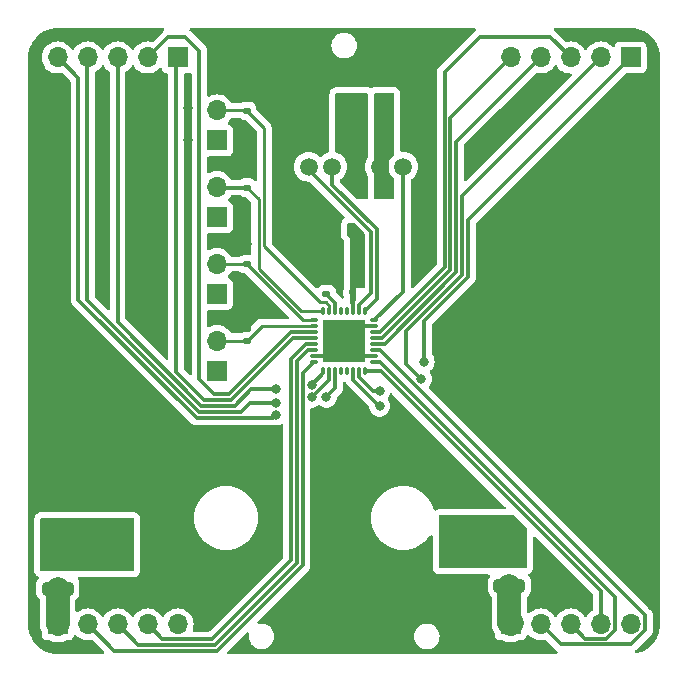
<source format=gbr>
%TF.GenerationSoftware,KiCad,Pcbnew,7.0.7-7.0.7~ubuntu22.04.1*%
%TF.CreationDate,2023-10-06T15:12:16+02:00*%
%TF.ProjectId,ShotClockDisplayPCB,53686f74-436c-46f6-936b-446973706c61,rev?*%
%TF.SameCoordinates,Original*%
%TF.FileFunction,Copper,L1,Top*%
%TF.FilePolarity,Positive*%
%FSLAX46Y46*%
G04 Gerber Fmt 4.6, Leading zero omitted, Abs format (unit mm)*
G04 Created by KiCad (PCBNEW 7.0.7-7.0.7~ubuntu22.04.1) date 2023-10-06 15:12:16*
%MOMM*%
%LPD*%
G01*
G04 APERTURE LIST*
G04 Aperture macros list*
%AMRoundRect*
0 Rectangle with rounded corners*
0 $1 Rounding radius*
0 $2 $3 $4 $5 $6 $7 $8 $9 X,Y pos of 4 corners*
0 Add a 4 corners polygon primitive as box body*
4,1,4,$2,$3,$4,$5,$6,$7,$8,$9,$2,$3,0*
0 Add four circle primitives for the rounded corners*
1,1,$1+$1,$2,$3*
1,1,$1+$1,$4,$5*
1,1,$1+$1,$6,$7*
1,1,$1+$1,$8,$9*
0 Add four rect primitives between the rounded corners*
20,1,$1+$1,$2,$3,$4,$5,0*
20,1,$1+$1,$4,$5,$6,$7,0*
20,1,$1+$1,$6,$7,$8,$9,0*
20,1,$1+$1,$8,$9,$2,$3,0*%
G04 Aperture macros list end*
%TA.AperFunction,SMDPad,CuDef*%
%ADD10RoundRect,0.135000X0.185000X-0.135000X0.185000X0.135000X-0.185000X0.135000X-0.185000X-0.135000X0*%
%TD*%
%TA.AperFunction,SMDPad,CuDef*%
%ADD11RoundRect,0.140000X0.140000X0.170000X-0.140000X0.170000X-0.140000X-0.170000X0.140000X-0.170000X0*%
%TD*%
%TA.AperFunction,ComponentPad*%
%ADD12R,1.700000X1.700000*%
%TD*%
%TA.AperFunction,ComponentPad*%
%ADD13O,1.700000X1.700000*%
%TD*%
%TA.AperFunction,SMDPad,CuDef*%
%ADD14O,0.800000X0.280000*%
%TD*%
%TA.AperFunction,SMDPad,CuDef*%
%ADD15O,0.280000X0.800000*%
%TD*%
%TA.AperFunction,SMDPad,CuDef*%
%ADD16R,3.600000X3.600000*%
%TD*%
%TA.AperFunction,SMDPad,CuDef*%
%ADD17RoundRect,0.250000X-1.075000X0.312500X-1.075000X-0.312500X1.075000X-0.312500X1.075000X0.312500X0*%
%TD*%
%TA.AperFunction,ComponentPad*%
%ADD18C,1.500000*%
%TD*%
%TA.AperFunction,ViaPad*%
%ADD19C,0.800000*%
%TD*%
%TA.AperFunction,Conductor*%
%ADD20C,0.300000*%
%TD*%
%TA.AperFunction,Conductor*%
%ADD21C,0.500000*%
%TD*%
%TA.AperFunction,Conductor*%
%ADD22C,0.250000*%
%TD*%
%TA.AperFunction,Conductor*%
%ADD23C,2.000000*%
%TD*%
G04 APERTURE END LIST*
D10*
%TO.P,R1,1*%
%TO.N,/I2C PWM IO Expander/A0*%
X44250000Y-32510000D03*
%TO.P,R1,2*%
%TO.N,GND*%
X44250000Y-31490000D03*
%TD*%
%TO.P,R2,1*%
%TO.N,/I2C PWM IO Expander/A1*%
X44250000Y-39010000D03*
%TO.P,R2,2*%
%TO.N,GND*%
X44250000Y-37990000D03*
%TD*%
%TO.P,R7,1*%
%TO.N,/I2C PWM IO Expander/REXT*%
X51000000Y-48010000D03*
%TO.P,R7,2*%
%TO.N,GND*%
X51000000Y-46990000D03*
%TD*%
D11*
%TO.P,C1,1*%
%TO.N,+3.3V*%
X53230000Y-45750000D03*
%TO.P,C1,2*%
%TO.N,GND*%
X52270000Y-45750000D03*
%TD*%
D12*
%TO.P,J2,1,Pin_1*%
%TO.N,+3.3V*%
X41750000Y-41525000D03*
D13*
%TO.P,J2,2,Pin_2*%
%TO.N,/I2C PWM IO Expander/A1*%
X41750000Y-38985000D03*
%TD*%
D12*
%TO.P,J5,1,Pin_1*%
%TO.N,/Segment Display Connectors/5V_CONN1*%
X28250000Y-76000000D03*
D13*
%TO.P,J5,2,Pin_2*%
%TO.N,SEG1_E*%
X30790000Y-76000000D03*
%TO.P,J5,3,Pin_3*%
%TO.N,SEG1_D*%
X33330000Y-76000000D03*
%TO.P,J5,4,Pin_4*%
%TO.N,SEG1_C*%
X35870000Y-76000000D03*
%TO.P,J5,5,Pin_5*%
%TO.N,/Segment Display Connectors/5V_CONN1*%
X38410000Y-76000000D03*
%TD*%
D14*
%TO.P,U2,1,A2*%
%TO.N,/I2C PWM IO Expander/A2*%
X49930000Y-50250000D03*
%TO.P,U2,2,A3*%
%TO.N,/I2C PWM IO Expander/A3*%
X49930000Y-50750000D03*
%TO.P,U2,3,~{OUT0}*%
%TO.N,SEG1_A*%
X49930000Y-51250000D03*
%TO.P,U2,4,~{OUT1}*%
%TO.N,SEG1_B*%
X49930000Y-51750000D03*
%TO.P,U2,5,~{OUT2}*%
%TO.N,SEG1_C*%
X49930000Y-52250000D03*
%TO.P,U2,6,~{OUT3}*%
%TO.N,SEG1_D*%
X49930000Y-52750000D03*
%TO.P,U2,7,GND*%
%TO.N,GND*%
X49930000Y-53250000D03*
%TO.P,U2,8,~{OUT4}*%
%TO.N,SEG1_E*%
X49930000Y-53750000D03*
D15*
%TO.P,U2,9,~{OUT5}*%
%TO.N,SEG1_F*%
X50750000Y-54570000D03*
%TO.P,U2,10,~{OUT6}*%
%TO.N,SEG1_G*%
X51250000Y-54570000D03*
%TO.P,U2,11,~{OUT7}*%
%TO.N,SEG1_DP*%
X51750000Y-54570000D03*
%TO.P,U2,12,NC*%
%TO.N,unconnected-(U2-NC-Pad12)*%
X52250000Y-54570000D03*
%TO.P,U2,13,NC*%
%TO.N,unconnected-(U2-NC-Pad13)*%
X52750000Y-54570000D03*
%TO.P,U2,14,~{OUT8}*%
%TO.N,SEG2_A*%
X53250000Y-54570000D03*
%TO.P,U2,15,~{OUT9}*%
%TO.N,SEG2_B*%
X53750000Y-54570000D03*
%TO.P,U2,16,~{OUT10}*%
%TO.N,SEG2_C*%
X54250000Y-54570000D03*
D14*
%TO.P,U2,17,~{OUT11}*%
%TO.N,SEG2_D*%
X55070000Y-53750000D03*
%TO.P,U2,18,GND*%
%TO.N,GND*%
X55070000Y-53250000D03*
%TO.P,U2,19,~{OUT12}*%
%TO.N,SEG2_E*%
X55070000Y-52750000D03*
%TO.P,U2,20,~{OUT13}*%
%TO.N,SEG2_F*%
X55070000Y-52250000D03*
%TO.P,U2,21,~{OUT14}*%
%TO.N,SEG2_G*%
X55070000Y-51750000D03*
%TO.P,U2,22,~{OUT15}*%
%TO.N,SEG2_DP*%
X55070000Y-51250000D03*
%TO.P,U2,23,GND*%
%TO.N,GND*%
X55070000Y-50750000D03*
%TO.P,U2,24,RESET*%
%TO.N,/I2C PWM IO Expander/TLC59116_RESETn*%
X55070000Y-50250000D03*
D15*
%TO.P,U2,25,SCL*%
%TO.N,/I2C PWM IO Expander/I2C1_SCL*%
X54250000Y-49430000D03*
%TO.P,U2,26,SDA*%
%TO.N,/I2C PWM IO Expander/I2C1_SDA*%
X53750000Y-49430000D03*
%TO.P,U2,27,VCC*%
%TO.N,+3.3V*%
X53250000Y-49430000D03*
%TO.P,U2,28,NC*%
%TO.N,unconnected-(U2-NC-Pad28)*%
X52750000Y-49430000D03*
%TO.P,U2,29,NC*%
%TO.N,unconnected-(U2-NC-Pad29)*%
X52250000Y-49430000D03*
%TO.P,U2,30,REXT*%
%TO.N,/I2C PWM IO Expander/REXT*%
X51750000Y-49430000D03*
%TO.P,U2,31,A0*%
%TO.N,/I2C PWM IO Expander/A0*%
X51250000Y-49430000D03*
%TO.P,U2,32,A1*%
%TO.N,/I2C PWM IO Expander/A1*%
X50750000Y-49430000D03*
D16*
%TO.P,U2,33,ep*%
%TO.N,GND*%
X52500000Y-52000000D03*
%TD*%
D12*
%TO.P,J4,1,Pin_1*%
%TO.N,+3.3V*%
X41750000Y-54525000D03*
D13*
%TO.P,J4,2,Pin_2*%
%TO.N,/I2C PWM IO Expander/A3*%
X41750000Y-51985000D03*
%TD*%
D10*
%TO.P,R4,1*%
%TO.N,/I2C PWM IO Expander/A3*%
X44250000Y-52010000D03*
%TO.P,R4,2*%
%TO.N,GND*%
X44250000Y-50990000D03*
%TD*%
D12*
%TO.P,J7,1,Pin_1*%
%TO.N,SEG1_B*%
X38410000Y-28000000D03*
D13*
%TO.P,J7,2,Pin_2*%
%TO.N,SEG1_A*%
X35870000Y-28000000D03*
%TO.P,J7,3,Pin_3*%
%TO.N,SEG1_DP*%
X33330000Y-28000000D03*
%TO.P,J7,4,Pin_4*%
%TO.N,SEG1_F*%
X30790000Y-28000000D03*
%TO.P,J7,5,Pin_5*%
%TO.N,SEG1_G*%
X28250000Y-28000000D03*
%TD*%
D17*
%TO.P,R6,1*%
%TO.N,+5V*%
X66500000Y-69787500D03*
%TO.P,R6,2*%
%TO.N,/Segment Display Connectors/5V_CONN2*%
X66500000Y-72712500D03*
%TD*%
D18*
%TO.P,U1,1,1*%
%TO.N,/I2C PWM IO Expander/TLC59116_RESETn*%
X57500000Y-37250000D03*
%TO.P,U1,2,2*%
%TO.N,+3.3V*%
X55500000Y-37250000D03*
%TO.P,U1,3,3*%
%TO.N,+5V*%
X53500000Y-37250000D03*
%TO.P,U1,4,4*%
%TO.N,/I2C PWM IO Expander/I2C1_SCL*%
X51500000Y-37250000D03*
%TO.P,U1,5,5*%
%TO.N,/I2C PWM IO Expander/I2C1_SDA*%
X49500000Y-37250000D03*
%TO.P,U1,6,6*%
%TO.N,GND*%
X47500000Y-37250000D03*
%TD*%
D12*
%TO.P,J1,1,Pin_1*%
%TO.N,+3.3V*%
X41750000Y-35025000D03*
D13*
%TO.P,J1,2,Pin_2*%
%TO.N,/I2C PWM IO Expander/A0*%
X41750000Y-32485000D03*
%TD*%
D11*
%TO.P,C2,1*%
%TO.N,+3.3V*%
X53230000Y-47000000D03*
%TO.P,C2,2*%
%TO.N,GND*%
X52270000Y-47000000D03*
%TD*%
D12*
%TO.P,J3,1,Pin_1*%
%TO.N,+3.3V*%
X41750000Y-48025000D03*
D13*
%TO.P,J3,2,Pin_2*%
%TO.N,/I2C PWM IO Expander/A2*%
X41750000Y-45485000D03*
%TD*%
D17*
%TO.P,R5,1*%
%TO.N,+5V*%
X28250000Y-70037500D03*
%TO.P,R5,2*%
%TO.N,/Segment Display Connectors/5V_CONN1*%
X28250000Y-72962500D03*
%TD*%
D12*
%TO.P,J6,1,Pin_1*%
%TO.N,/Segment Display Connectors/5V_CONN2*%
X66590000Y-76000000D03*
D13*
%TO.P,J6,2,Pin_2*%
%TO.N,SEG2_E*%
X69130000Y-76000000D03*
%TO.P,J6,3,Pin_3*%
%TO.N,SEG2_D*%
X71670000Y-76000000D03*
%TO.P,J6,4,Pin_4*%
%TO.N,SEG2_C*%
X74210000Y-76000000D03*
%TO.P,J6,5,Pin_5*%
%TO.N,/Segment Display Connectors/5V_CONN2*%
X76750000Y-76000000D03*
%TD*%
D10*
%TO.P,R3,1*%
%TO.N,/I2C PWM IO Expander/A2*%
X44250000Y-45510000D03*
%TO.P,R3,2*%
%TO.N,GND*%
X44250000Y-44490000D03*
%TD*%
D12*
%TO.P,J8,1,Pin_1*%
%TO.N,SEG2_B*%
X76750000Y-28000000D03*
D13*
%TO.P,J8,2,Pin_2*%
%TO.N,SEG2_A*%
X74210000Y-28000000D03*
%TO.P,J8,3,Pin_3*%
%TO.N,SEG2_DP*%
X71670000Y-28000000D03*
%TO.P,J8,4,Pin_4*%
%TO.N,SEG2_F*%
X69130000Y-28000000D03*
%TO.P,J8,5,Pin_5*%
%TO.N,SEG2_G*%
X66590000Y-28000000D03*
%TD*%
D19*
%TO.N,+5V*%
X62750000Y-67500000D03*
X34000000Y-69250000D03*
X64250000Y-69000000D03*
X34000000Y-70750000D03*
X61250000Y-67500000D03*
X34000000Y-67750000D03*
X31000000Y-69250000D03*
X53500000Y-32750000D03*
X32500000Y-67750000D03*
X61250000Y-70500000D03*
X64250000Y-70500000D03*
X62750000Y-69000000D03*
X64250000Y-67500000D03*
X32500000Y-70750000D03*
X53500000Y-34000000D03*
X31000000Y-67750000D03*
X61250000Y-69000000D03*
X53500000Y-39000000D03*
X31000000Y-70750000D03*
X53500000Y-35500000D03*
X62750000Y-70500000D03*
X32500000Y-69250000D03*
%TO.N,GND*%
X34250000Y-60000000D03*
X39250000Y-32250000D03*
X51250000Y-53250000D03*
X39250000Y-35000000D03*
X52750000Y-63750000D03*
X35750000Y-39000000D03*
X51250000Y-63750000D03*
X32000000Y-41500000D03*
X52500000Y-50750000D03*
X51250000Y-62250000D03*
X73250000Y-51500000D03*
X44250000Y-27750000D03*
X71750000Y-50000000D03*
X47500000Y-34000000D03*
X53750000Y-52000000D03*
X32750000Y-60000000D03*
X52750000Y-60750000D03*
X52500000Y-52000000D03*
X71750000Y-51500000D03*
X35750000Y-61500000D03*
X32750000Y-63000000D03*
X32000000Y-39000000D03*
X54250000Y-63750000D03*
X71750000Y-53000000D03*
X34250000Y-63000000D03*
X51250000Y-52000000D03*
X73250000Y-50000000D03*
X54250000Y-60750000D03*
X51250000Y-50750000D03*
X35750000Y-48000000D03*
X44250000Y-37250000D03*
X51250000Y-60750000D03*
X52500000Y-53250000D03*
X54250000Y-62250000D03*
X32000000Y-48000000D03*
X70250000Y-51500000D03*
X32000000Y-35000000D03*
X47500000Y-39000000D03*
X44250000Y-30750000D03*
X35750000Y-63000000D03*
X53750000Y-53250000D03*
X44250000Y-50250000D03*
X68250000Y-31500000D03*
X44250000Y-43750000D03*
X69250000Y-70500000D03*
X58750000Y-27500000D03*
X32000000Y-32250000D03*
X35750000Y-60000000D03*
X51000000Y-45000000D03*
X47500000Y-32500000D03*
X73250000Y-53000000D03*
X70250000Y-53000000D03*
X32000000Y-45500000D03*
X52750000Y-62250000D03*
X32750000Y-61500000D03*
X35750000Y-45500000D03*
X35750000Y-41500000D03*
X35750000Y-32250000D03*
X34250000Y-61500000D03*
X47500000Y-35500000D03*
X35750000Y-35000000D03*
X70250000Y-50000000D03*
X53750000Y-50750000D03*
X64250000Y-35250000D03*
X51000000Y-46000000D03*
X52000000Y-44000000D03*
X51000000Y-44000000D03*
%TO.N,+3.3V*%
X55500000Y-32750000D03*
X53500000Y-42750000D03*
X55500000Y-34000000D03*
X55500000Y-39000000D03*
X53500000Y-44750000D03*
X53500000Y-43750000D03*
X55500000Y-35250000D03*
%TO.N,SEG1_DP*%
X51000000Y-56750000D03*
X46772332Y-56107760D03*
%TO.N,SEG1_F*%
X46720023Y-57220023D03*
X49750000Y-55750000D03*
%TO.N,SEG1_G*%
X46750000Y-58250000D03*
X49750000Y-56750000D03*
%TO.N,SEG2_B*%
X59250000Y-53750000D03*
X55500000Y-56250000D03*
%TO.N,SEG2_A*%
X59041460Y-55208540D03*
X55500000Y-57500000D03*
%TD*%
D20*
%TO.N,GND*%
X55070000Y-50750000D02*
X53750000Y-50750000D01*
X55070000Y-53250000D02*
X53750000Y-53250000D01*
X49930000Y-53250000D02*
X51250000Y-53250000D01*
D21*
X44250000Y-31490000D02*
X44250000Y-30750000D01*
X44250000Y-50990000D02*
X44250000Y-50250000D01*
X44250000Y-37990000D02*
X44250000Y-37250000D01*
X44250000Y-44490000D02*
X44250000Y-43750000D01*
D20*
%TO.N,/I2C PWM IO Expander/TLC59116_RESETn*%
X55070000Y-50250000D02*
X57500000Y-47820000D01*
X57500000Y-47820000D02*
X57500000Y-37250000D01*
%TO.N,+3.3V*%
X53250000Y-49430000D02*
X53250000Y-47020000D01*
X53250000Y-47020000D02*
X53230000Y-47000000D01*
%TO.N,/I2C PWM IO Expander/I2C1_SCL*%
X55250000Y-42542894D02*
X55250000Y-48430000D01*
X51500000Y-38792894D02*
X55250000Y-42542894D01*
X51500000Y-37250000D02*
X51500000Y-38792894D01*
X55250000Y-48430000D02*
X54250000Y-49430000D01*
%TO.N,/I2C PWM IO Expander/I2C1_SDA*%
X54750000Y-47977035D02*
X54750000Y-42750000D01*
X49500000Y-37500000D02*
X49500000Y-37250000D01*
X54750000Y-42750000D02*
X49500000Y-37500000D01*
X53750000Y-49430000D02*
X53750000Y-48977035D01*
X53750000Y-48977035D02*
X54750000Y-47977035D01*
%TO.N,SEG1_E*%
X49000000Y-71000000D02*
X41750000Y-78250000D01*
X41750000Y-78250000D02*
X33040000Y-78250000D01*
X33040000Y-78250000D02*
X30790000Y-76000000D01*
X49930000Y-53750000D02*
X49000000Y-54680000D01*
X49000000Y-54680000D02*
X49000000Y-71000000D01*
%TO.N,SEG1_D*%
X48500000Y-70792894D02*
X41542894Y-77750000D01*
X49477035Y-52750000D02*
X48500000Y-53727035D01*
X41542894Y-77750000D02*
X35080000Y-77750000D01*
X49930000Y-52750000D02*
X49477035Y-52750000D01*
X48500000Y-53727035D02*
X48500000Y-70792894D01*
X35080000Y-77750000D02*
X33330000Y-76000000D01*
%TO.N,SEG1_C*%
X48000000Y-70585788D02*
X41335788Y-77250000D01*
X49269929Y-52250000D02*
X48000000Y-53519929D01*
X48000000Y-53519929D02*
X48000000Y-70585788D01*
X49930000Y-52250000D02*
X49269929Y-52250000D01*
X41335788Y-77250000D02*
X37120000Y-77250000D01*
X37120000Y-77250000D02*
X35870000Y-76000000D01*
%TO.N,SEG2_E*%
X69130000Y-76000000D02*
X70830000Y-77700000D01*
X70830000Y-77700000D02*
X76747057Y-77700000D01*
X55522965Y-52750000D02*
X55070000Y-52750000D01*
X78000000Y-76447057D02*
X78000000Y-75227035D01*
X78000000Y-75227035D02*
X55522965Y-52750000D01*
X76747057Y-77700000D02*
X78000000Y-76447057D01*
%TO.N,SEG2_D*%
X74707057Y-77200000D02*
X75410000Y-76497057D01*
X75410000Y-73660000D02*
X55500000Y-53750000D01*
X75410000Y-76497057D02*
X75410000Y-73660000D01*
X72870000Y-77200000D02*
X74707057Y-77200000D01*
X71670000Y-76000000D02*
X72870000Y-77200000D01*
X55500000Y-53750000D02*
X55070000Y-53750000D01*
%TO.N,SEG2_C*%
X74210000Y-73167106D02*
X74210000Y-76000000D01*
X54250000Y-54570000D02*
X55612894Y-54570000D01*
X55612894Y-54570000D02*
X74210000Y-73167106D01*
%TO.N,SEG1_B*%
X38250000Y-54628682D02*
X40621318Y-57000000D01*
X42950000Y-57000000D02*
X48200000Y-51750000D01*
X38410000Y-28000000D02*
X38250000Y-28160000D01*
X48200000Y-51750000D02*
X49930000Y-51750000D01*
X40621318Y-57000000D02*
X42950000Y-57000000D01*
X38250000Y-28160000D02*
X38250000Y-54628682D01*
%TO.N,SEG1_A*%
X40250000Y-27440000D02*
X40250000Y-55250000D01*
X39060000Y-26250000D02*
X40250000Y-27440000D01*
X37620000Y-26250000D02*
X39060000Y-26250000D01*
X42742894Y-56500000D02*
X47992894Y-51250000D01*
X40250000Y-55250000D02*
X41500000Y-56500000D01*
X41500000Y-56500000D02*
X42742894Y-56500000D01*
X47992894Y-51250000D02*
X49930000Y-51250000D01*
X35870000Y-28000000D02*
X37620000Y-26250000D01*
%TO.N,SEG1_DP*%
X51000000Y-56750000D02*
X51750000Y-56000000D01*
X46772332Y-56107760D02*
X44633413Y-56107760D01*
X44633413Y-56107760D02*
X43241173Y-57500000D01*
X33330000Y-50415788D02*
X33330000Y-28000000D01*
X40414212Y-57500000D02*
X33330000Y-50415788D01*
X51750000Y-56000000D02*
X51750000Y-54570000D01*
X43241173Y-57500000D02*
X40414212Y-57500000D01*
%TO.N,SEG1_F*%
X50750000Y-54750000D02*
X49750000Y-55750000D01*
X30750000Y-48542894D02*
X30750000Y-28040000D01*
X44529977Y-57220023D02*
X43750000Y-58000000D01*
X46720023Y-57220023D02*
X44529977Y-57220023D01*
X50750000Y-54570000D02*
X50750000Y-54750000D01*
X30750000Y-28040000D02*
X30790000Y-28000000D01*
X43750000Y-58000000D02*
X40207106Y-58000000D01*
X40207106Y-58000000D02*
X30750000Y-48542894D01*
%TO.N,SEG1_G*%
X46500000Y-58500000D02*
X40000000Y-58500000D01*
X51250000Y-54570000D02*
X51250000Y-55310661D01*
X30000000Y-29750000D02*
X28250000Y-28000000D01*
X40000000Y-58500000D02*
X30000000Y-48500000D01*
X49810661Y-56750000D02*
X49750000Y-56750000D01*
X30000000Y-48500000D02*
X30000000Y-29750000D01*
X46750000Y-58250000D02*
X46500000Y-58500000D01*
X51250000Y-55310661D02*
X49810661Y-56750000D01*
%TO.N,SEG2_B*%
X63000000Y-41750000D02*
X76750000Y-28000000D01*
X55500000Y-56250000D02*
X54937106Y-56250000D01*
X63000000Y-46601389D02*
X63000000Y-41750000D01*
X59250000Y-50351389D02*
X63000000Y-46601389D01*
X54937106Y-56250000D02*
X53750000Y-55062894D01*
X59250000Y-53750000D02*
X59250000Y-50351389D01*
X53750000Y-55062894D02*
X53750000Y-54570000D01*
%TO.N,SEG2_A*%
X53250000Y-55270000D02*
X53250000Y-54570000D01*
X74210000Y-28000000D02*
X62500000Y-39710000D01*
X57750000Y-53917080D02*
X59041460Y-55208540D01*
X55480000Y-57500000D02*
X53250000Y-55270000D01*
X55500000Y-57500000D02*
X55480000Y-57500000D01*
X62500000Y-39710000D02*
X62500000Y-46394283D01*
X57750000Y-51144284D02*
X57750000Y-53917080D01*
X62500000Y-46394283D02*
X57750000Y-51144284D01*
%TO.N,SEG2_DP*%
X64000000Y-26250000D02*
X61000000Y-29250000D01*
X71670000Y-28000000D02*
X69920000Y-26250000D01*
X61000000Y-29250000D02*
X61000000Y-45772965D01*
X69920000Y-26250000D02*
X64000000Y-26250000D01*
X55522965Y-51250000D02*
X55070000Y-51250000D01*
X61000000Y-45772965D02*
X55522965Y-51250000D01*
%TO.N,SEG2_F*%
X55070000Y-52250000D02*
X55937178Y-52250000D01*
X62000000Y-46187177D02*
X62000000Y-35130000D01*
X62000000Y-35130000D02*
X69130000Y-28000000D01*
X55937178Y-52250000D02*
X62000000Y-46187177D01*
%TO.N,SEG2_G*%
X61500000Y-45980071D02*
X55730071Y-51750000D01*
X66590000Y-28000000D02*
X61500000Y-33090000D01*
X55730071Y-51750000D02*
X55070000Y-51750000D01*
X61500000Y-33090000D02*
X61500000Y-45980071D01*
%TO.N,/I2C PWM IO Expander/REXT*%
X51750000Y-48760000D02*
X51000000Y-48010000D01*
X51750000Y-49430000D02*
X51750000Y-48760000D01*
D22*
%TO.N,/I2C PWM IO Expander/A0*%
X45750000Y-34010000D02*
X44250000Y-32510000D01*
X51250000Y-49430000D02*
X51250000Y-49012391D01*
X51250000Y-49012391D02*
X50942609Y-48705000D01*
X44225000Y-32485000D02*
X41750000Y-32485000D01*
X50942609Y-48705000D02*
X50455000Y-48705000D01*
X50455000Y-48705000D02*
X45750000Y-44000000D01*
X44250000Y-32510000D02*
X44225000Y-32485000D01*
X45750000Y-44000000D02*
X45750000Y-34010000D01*
%TO.N,/I2C PWM IO Expander/A1*%
X48806396Y-49430000D02*
X45250000Y-45873604D01*
X50750000Y-49430000D02*
X48806396Y-49430000D01*
X45250000Y-45873604D02*
X45250000Y-40010000D01*
X45250000Y-40010000D02*
X44250000Y-39010000D01*
D20*
X41775000Y-39010000D02*
X41750000Y-38985000D01*
X44250000Y-39010000D02*
X41775000Y-39010000D01*
D22*
%TO.N,/I2C PWM IO Expander/A3*%
X44225000Y-51985000D02*
X41750000Y-51985000D01*
X49930000Y-50750000D02*
X45510000Y-50750000D01*
X45510000Y-50750000D02*
X44250000Y-52010000D01*
X44250000Y-52010000D02*
X44225000Y-51985000D01*
%TO.N,/I2C PWM IO Expander/A2*%
X44225000Y-45485000D02*
X41750000Y-45485000D01*
X44250000Y-45510000D02*
X44225000Y-45485000D01*
X48990000Y-50250000D02*
X44250000Y-45510000D01*
X49930000Y-50250000D02*
X48990000Y-50250000D01*
D23*
%TO.N,/Segment Display Connectors/5V_CONN1*%
X28250000Y-72962500D02*
X28250000Y-76000000D01*
D21*
X28500000Y-75750000D02*
X28250000Y-76000000D01*
D23*
%TO.N,/Segment Display Connectors/5V_CONN2*%
X66500000Y-75910000D02*
X66590000Y-76000000D01*
X66500000Y-72712500D02*
X66500000Y-75910000D01*
X66750000Y-75840000D02*
X66590000Y-76000000D01*
%TD*%
%TA.AperFunction,Conductor*%
%TO.N,+5V*%
G36*
X54437539Y-31019685D02*
G01*
X54483294Y-31072489D01*
X54494500Y-31124000D01*
X54494500Y-36466724D01*
X54474815Y-36533763D01*
X54472076Y-36537846D01*
X54412897Y-36622363D01*
X54320426Y-36820668D01*
X54320422Y-36820677D01*
X54263793Y-37032020D01*
X54263793Y-37032024D01*
X54244723Y-37249997D01*
X54244723Y-37250002D01*
X54263793Y-37467975D01*
X54263793Y-37467979D01*
X54320422Y-37679322D01*
X54320424Y-37679326D01*
X54320425Y-37679330D01*
X54344383Y-37730708D01*
X54412897Y-37877638D01*
X54412898Y-37877639D01*
X54472075Y-37962152D01*
X54494402Y-38028357D01*
X54494500Y-38033275D01*
X54494500Y-39876000D01*
X54474815Y-39943039D01*
X54422011Y-39988794D01*
X54370500Y-40000000D01*
X53678414Y-40000000D01*
X53611375Y-39980315D01*
X53590733Y-39963681D01*
X52186819Y-38559767D01*
X52153334Y-38498444D01*
X52150500Y-38472086D01*
X52150500Y-38385644D01*
X52170185Y-38318605D01*
X52203377Y-38284069D01*
X52297264Y-38218329D01*
X52306877Y-38211598D01*
X52461598Y-38056877D01*
X52587102Y-37877639D01*
X52679575Y-37679330D01*
X52736207Y-37467977D01*
X52752836Y-37277900D01*
X52755277Y-37250002D01*
X52755277Y-37249997D01*
X52743915Y-37120131D01*
X52736207Y-37032023D01*
X52679575Y-36820670D01*
X52587102Y-36622362D01*
X52587100Y-36622359D01*
X52587099Y-36622357D01*
X52461599Y-36443124D01*
X52411959Y-36393484D01*
X52306877Y-36288402D01*
X52168978Y-36191844D01*
X52127638Y-36162897D01*
X51929330Y-36070425D01*
X51841904Y-36046998D01*
X51782245Y-36010632D01*
X51751717Y-35947785D01*
X51750000Y-35927224D01*
X51750000Y-31124000D01*
X51769685Y-31056961D01*
X51822489Y-31011206D01*
X51874000Y-31000000D01*
X54370500Y-31000000D01*
X54437539Y-31019685D01*
G37*
%TD.AperFunction*%
%TD*%
%TA.AperFunction,Conductor*%
%TO.N,+3.3V*%
G36*
X53378574Y-42019685D02*
G01*
X53399216Y-42036319D01*
X54213681Y-42850784D01*
X54247166Y-42912107D01*
X54250000Y-42938465D01*
X54250000Y-47376000D01*
X54230315Y-47443039D01*
X54177511Y-47488794D01*
X54126000Y-47500000D01*
X53500000Y-47500000D01*
X53500000Y-48538568D01*
X53480315Y-48605607D01*
X53463681Y-48626249D01*
X53451804Y-48638127D01*
X53446617Y-48642762D01*
X53416033Y-48667152D01*
X53416029Y-48667156D01*
X53382519Y-48716306D01*
X53347206Y-48764153D01*
X53343216Y-48771702D01*
X53339527Y-48779361D01*
X53321991Y-48836214D01*
X53313066Y-48861719D01*
X53272343Y-48918495D01*
X53207390Y-48944241D01*
X53138829Y-48930784D01*
X53105127Y-48905105D01*
X53033102Y-48827481D01*
X53001933Y-48764948D01*
X53000000Y-48743139D01*
X53000000Y-48000000D01*
X52999861Y-47999861D01*
X52933295Y-47980315D01*
X52887540Y-47927511D01*
X52877596Y-47858353D01*
X52906620Y-47794799D01*
X52917892Y-47781788D01*
X52925258Y-47773288D01*
X52985026Y-47642409D01*
X53005500Y-47499993D01*
X53005499Y-47430605D01*
X52991529Y-47318670D01*
X52992115Y-47315070D01*
X52991502Y-47312099D01*
X52989996Y-47306383D01*
X52989995Y-47306381D01*
X52989995Y-47306378D01*
X52988039Y-47301634D01*
X52985821Y-47295303D01*
X52982932Y-47285360D01*
X52982933Y-47285360D01*
X52959924Y-47206164D01*
X52955000Y-47171569D01*
X52955000Y-46828429D01*
X52959923Y-46793835D01*
X52980094Y-46724406D01*
X52982764Y-46717004D01*
X52985024Y-46711802D01*
X53005500Y-46569386D01*
X53005500Y-46180612D01*
X52991521Y-46068696D01*
X52992110Y-46065076D01*
X52991462Y-46061935D01*
X52989971Y-46056279D01*
X52989970Y-46056276D01*
X52988008Y-46051521D01*
X52985785Y-46045176D01*
X52982933Y-46035361D01*
X52982934Y-46035361D01*
X52959924Y-45956163D01*
X52955000Y-45921567D01*
X52955000Y-45578427D01*
X52959922Y-45543839D01*
X52980097Y-45474396D01*
X52982762Y-45467008D01*
X52985024Y-45461803D01*
X53005500Y-45319387D01*
X53005500Y-43500000D01*
X53000355Y-43428060D01*
X52959819Y-43290008D01*
X52882031Y-43168968D01*
X52823176Y-43117969D01*
X52792797Y-43091645D01*
X52755023Y-43032867D01*
X52750000Y-42997933D01*
X52750000Y-42124000D01*
X52769685Y-42056961D01*
X52822489Y-42011206D01*
X52874000Y-42000000D01*
X53311535Y-42000000D01*
X53378574Y-42019685D01*
G37*
%TD.AperFunction*%
%TD*%
%TA.AperFunction,Conductor*%
%TO.N,GND*%
G36*
X52500000Y-45319387D02*
G01*
X52497505Y-45323606D01*
X52497504Y-45323609D01*
X52452357Y-45479002D01*
X52452356Y-45479008D01*
X52449500Y-45515308D01*
X52449500Y-45984692D01*
X52452356Y-46020991D01*
X52452357Y-46020997D01*
X52497504Y-46176390D01*
X52497507Y-46176397D01*
X52500000Y-46180612D01*
X52500000Y-46569386D01*
X52497507Y-46573602D01*
X52497504Y-46573609D01*
X52452357Y-46729002D01*
X52452356Y-46729008D01*
X52449500Y-46765308D01*
X52449500Y-47234692D01*
X52452356Y-47270991D01*
X52452357Y-47270997D01*
X52497504Y-47426390D01*
X52497505Y-47426393D01*
X52497506Y-47426395D01*
X52499999Y-47430612D01*
X52500000Y-47500000D01*
X51701542Y-47500000D01*
X51691135Y-47482402D01*
X51691133Y-47482400D01*
X51691130Y-47482396D01*
X51577603Y-47368869D01*
X51577595Y-47368863D01*
X51439393Y-47287131D01*
X51439388Y-47287129D01*
X51285208Y-47242335D01*
X51285202Y-47242334D01*
X51249183Y-47239500D01*
X51249181Y-47239500D01*
X50916693Y-47239500D01*
X50750819Y-47239501D01*
X50714794Y-47242335D01*
X50560611Y-47287129D01*
X50560606Y-47287131D01*
X50422404Y-47368863D01*
X50422396Y-47368869D01*
X50303348Y-47487918D01*
X50301673Y-47486243D01*
X50282618Y-47500000D01*
X50250000Y-47500000D01*
X50250000Y-43500000D01*
X52500000Y-43500000D01*
X52500000Y-45319387D01*
G37*
%TD.AperFunction*%
%TD*%
%TA.AperFunction,Conductor*%
%TO.N,+5V*%
G36*
X34693039Y-67019685D02*
G01*
X34738794Y-67072489D01*
X34750000Y-67124000D01*
X34750000Y-71376000D01*
X34730315Y-71443039D01*
X34677511Y-71488794D01*
X34626000Y-71500000D01*
X28612336Y-71500000D01*
X28591927Y-71498309D01*
X28374335Y-71462000D01*
X28125665Y-71462000D01*
X27908073Y-71498309D01*
X27887664Y-71500000D01*
X26874000Y-71500000D01*
X26806961Y-71480315D01*
X26761206Y-71427511D01*
X26750000Y-71376000D01*
X26750000Y-67124000D01*
X26769685Y-67056961D01*
X26822489Y-67011206D01*
X26874000Y-67000000D01*
X34626000Y-67000000D01*
X34693039Y-67019685D01*
G37*
%TD.AperFunction*%
%TD*%
%TA.AperFunction,Conductor*%
%TO.N,GND*%
G36*
X48750000Y-36248575D02*
G01*
X48693121Y-36288402D01*
X48538402Y-36443121D01*
X48412900Y-36622357D01*
X48412898Y-36622361D01*
X48320426Y-36820668D01*
X48320422Y-36820677D01*
X48263793Y-37032020D01*
X48263793Y-37032024D01*
X48244723Y-37249997D01*
X48244723Y-37250002D01*
X48263793Y-37467975D01*
X48263793Y-37467979D01*
X48320422Y-37679322D01*
X48320424Y-37679326D01*
X48320425Y-37679330D01*
X48366661Y-37778484D01*
X48412897Y-37877638D01*
X48412898Y-37877639D01*
X48538402Y-38056877D01*
X48693123Y-38211598D01*
X48750000Y-38251423D01*
X48750000Y-40000000D01*
X46375500Y-40000000D01*
X46375500Y-34092737D01*
X46377224Y-34077123D01*
X46376938Y-34077096D01*
X46377672Y-34069333D01*
X46375500Y-34000203D01*
X46375500Y-33970651D01*
X46375500Y-33970650D01*
X46374629Y-33963759D01*
X46374172Y-33957945D01*
X46372709Y-33911373D01*
X46367121Y-33892139D01*
X46363174Y-33873081D01*
X46360664Y-33853208D01*
X46343507Y-33809875D01*
X46341614Y-33804346D01*
X46328618Y-33759614D01*
X46328617Y-33759610D01*
X46318420Y-33742368D01*
X46309863Y-33724902D01*
X46302486Y-33706268D01*
X46275083Y-33668550D01*
X46271900Y-33663705D01*
X46250000Y-33626673D01*
X46250000Y-31000000D01*
X48750000Y-31000000D01*
X48750000Y-36248575D01*
G37*
%TD.AperFunction*%
%TD*%
%TA.AperFunction,Conductor*%
%TO.N,+3.3V*%
G36*
X56693039Y-31019685D02*
G01*
X56738794Y-31072489D01*
X56750000Y-31124000D01*
X56750000Y-36184025D01*
X56730315Y-36251064D01*
X56697132Y-36285594D01*
X56693129Y-36288397D01*
X56693125Y-36288400D01*
X56538400Y-36443124D01*
X56412900Y-36622357D01*
X56412898Y-36622361D01*
X56320426Y-36820668D01*
X56320422Y-36820677D01*
X56263793Y-37032020D01*
X56263793Y-37032024D01*
X56244723Y-37249997D01*
X56244723Y-37250002D01*
X56263793Y-37467975D01*
X56263793Y-37467979D01*
X56320422Y-37679322D01*
X56320424Y-37679326D01*
X56320425Y-37679330D01*
X56358228Y-37760398D01*
X56412897Y-37877638D01*
X56412898Y-37877639D01*
X56538402Y-38056877D01*
X56619072Y-38137547D01*
X56693125Y-38211600D01*
X56697121Y-38214398D01*
X56740747Y-38268974D01*
X56750000Y-38315974D01*
X56750000Y-39876000D01*
X56730315Y-39943039D01*
X56677511Y-39988794D01*
X56626000Y-40000000D01*
X55124000Y-40000000D01*
X55056961Y-39980315D01*
X55011206Y-39927511D01*
X55000000Y-39876000D01*
X55000000Y-31124000D01*
X55019685Y-31056961D01*
X55072489Y-31011206D01*
X55124000Y-31000000D01*
X56626000Y-31000000D01*
X56693039Y-31019685D01*
G37*
%TD.AperFunction*%
%TD*%
%TA.AperFunction,Conductor*%
%TO.N,+5V*%
G36*
X66888625Y-66769685D02*
G01*
X66909267Y-66786319D01*
X67963681Y-67840733D01*
X67997166Y-67902056D01*
X68000000Y-67928414D01*
X68000000Y-71126000D01*
X67980315Y-71193039D01*
X67927511Y-71238794D01*
X67876000Y-71250000D01*
X66862336Y-71250000D01*
X66841927Y-71248309D01*
X66624335Y-71212000D01*
X66375665Y-71212000D01*
X66158073Y-71248309D01*
X66137664Y-71250000D01*
X60624000Y-71250000D01*
X60556961Y-71230315D01*
X60511206Y-71177511D01*
X60500000Y-71126000D01*
X60500000Y-66874000D01*
X60519685Y-66806961D01*
X60572489Y-66761206D01*
X60624000Y-66750000D01*
X66821586Y-66750000D01*
X66888625Y-66769685D01*
G37*
%TD.AperFunction*%
%TD*%
%TA.AperFunction,Conductor*%
%TO.N,GND*%
G36*
X37223214Y-25520185D02*
G01*
X37268969Y-25572989D01*
X37278913Y-25642147D01*
X37249888Y-25705703D01*
X37224262Y-25727087D01*
X37224300Y-25727136D01*
X37222952Y-25728181D01*
X37219298Y-25731231D01*
X37218136Y-25731917D01*
X37203124Y-25746929D01*
X37188336Y-25759558D01*
X37171167Y-25772032D01*
X37171165Y-25772034D01*
X37140194Y-25809470D01*
X37136262Y-25813791D01*
X36297762Y-26652290D01*
X36236439Y-26685775D01*
X36177989Y-26684384D01*
X36105416Y-26664939D01*
X36105412Y-26664938D01*
X36105408Y-26664937D01*
X36105406Y-26664936D01*
X36105403Y-26664936D01*
X35870001Y-26644341D01*
X35869999Y-26644341D01*
X35634596Y-26664936D01*
X35634586Y-26664938D01*
X35406344Y-26726094D01*
X35406335Y-26726098D01*
X35192171Y-26825964D01*
X35192169Y-26825965D01*
X34998597Y-26961505D01*
X34831505Y-27128597D01*
X34701575Y-27314158D01*
X34646998Y-27357783D01*
X34577500Y-27364977D01*
X34515145Y-27333454D01*
X34498425Y-27314158D01*
X34368494Y-27128597D01*
X34201402Y-26961506D01*
X34201395Y-26961501D01*
X34199528Y-26960194D01*
X34124518Y-26907671D01*
X34007834Y-26825967D01*
X34007830Y-26825965D01*
X33955043Y-26801350D01*
X33793663Y-26726097D01*
X33793659Y-26726096D01*
X33793655Y-26726094D01*
X33565413Y-26664938D01*
X33565403Y-26664936D01*
X33330001Y-26644341D01*
X33329999Y-26644341D01*
X33094596Y-26664936D01*
X33094586Y-26664938D01*
X32866344Y-26726094D01*
X32866335Y-26726098D01*
X32652171Y-26825964D01*
X32652169Y-26825965D01*
X32458597Y-26961505D01*
X32291508Y-27128594D01*
X32161574Y-27314159D01*
X32106997Y-27357784D01*
X32037498Y-27364976D01*
X31975144Y-27333454D01*
X31958424Y-27314158D01*
X31953889Y-27307682D01*
X31898836Y-27229057D01*
X31828494Y-27128597D01*
X31661402Y-26961506D01*
X31661395Y-26961501D01*
X31659528Y-26960194D01*
X31584518Y-26907671D01*
X31467834Y-26825967D01*
X31467830Y-26825965D01*
X31415043Y-26801350D01*
X31253663Y-26726097D01*
X31253659Y-26726096D01*
X31253655Y-26726094D01*
X31025413Y-26664938D01*
X31025403Y-26664936D01*
X30790001Y-26644341D01*
X30789999Y-26644341D01*
X30554596Y-26664936D01*
X30554586Y-26664938D01*
X30326344Y-26726094D01*
X30326335Y-26726098D01*
X30112171Y-26825964D01*
X30112169Y-26825965D01*
X29918597Y-26961505D01*
X29751505Y-27128597D01*
X29621575Y-27314158D01*
X29566998Y-27357783D01*
X29497500Y-27364977D01*
X29435145Y-27333454D01*
X29418425Y-27314158D01*
X29288494Y-27128597D01*
X29121402Y-26961506D01*
X29121395Y-26961501D01*
X29119528Y-26960194D01*
X29044518Y-26907671D01*
X28927834Y-26825967D01*
X28927830Y-26825965D01*
X28875043Y-26801350D01*
X28713663Y-26726097D01*
X28713659Y-26726096D01*
X28713655Y-26726094D01*
X28485413Y-26664938D01*
X28485403Y-26664936D01*
X28250001Y-26644341D01*
X28249999Y-26644341D01*
X28014596Y-26664936D01*
X28014586Y-26664938D01*
X27786344Y-26726094D01*
X27786335Y-26726098D01*
X27572171Y-26825964D01*
X27572169Y-26825965D01*
X27378597Y-26961505D01*
X27211505Y-27128597D01*
X27075965Y-27322169D01*
X27075964Y-27322171D01*
X26976098Y-27536335D01*
X26976094Y-27536344D01*
X26914938Y-27764586D01*
X26914936Y-27764596D01*
X26894341Y-27999999D01*
X26894341Y-28000000D01*
X26914936Y-28235403D01*
X26914938Y-28235413D01*
X26976094Y-28463655D01*
X26976096Y-28463659D01*
X26976097Y-28463663D01*
X26980000Y-28472032D01*
X27075965Y-28677830D01*
X27075967Y-28677834D01*
X27174789Y-28818965D01*
X27211505Y-28871401D01*
X27378599Y-29038495D01*
X27475384Y-29106264D01*
X27572165Y-29174032D01*
X27572167Y-29174033D01*
X27572170Y-29174035D01*
X27786337Y-29273903D01*
X27786343Y-29273904D01*
X27786344Y-29273905D01*
X27841285Y-29288626D01*
X28014592Y-29335063D01*
X28191034Y-29350500D01*
X28249999Y-29355659D01*
X28250000Y-29355659D01*
X28250001Y-29355659D01*
X28308966Y-29350500D01*
X28485408Y-29335063D01*
X28557989Y-29315615D01*
X28627839Y-29317278D01*
X28677763Y-29347709D01*
X29313181Y-29983126D01*
X29346666Y-30044449D01*
X29349500Y-30070807D01*
X29349500Y-48414494D01*
X29347732Y-48430505D01*
X29347974Y-48430528D01*
X29347240Y-48438294D01*
X29349500Y-48510203D01*
X29349500Y-48540920D01*
X29349501Y-48540940D01*
X29350418Y-48548206D01*
X29350876Y-48554024D01*
X29352402Y-48602567D01*
X29352403Y-48602570D01*
X29358323Y-48622948D01*
X29362268Y-48641996D01*
X29364928Y-48663054D01*
X29364931Y-48663064D01*
X29382813Y-48708230D01*
X29384705Y-48713758D01*
X29398254Y-48760395D01*
X29398255Y-48760397D01*
X29409060Y-48778666D01*
X29417617Y-48796134D01*
X29420805Y-48804184D01*
X29425432Y-48815872D01*
X29453983Y-48855170D01*
X29457188Y-48860049D01*
X29481919Y-48901865D01*
X29481923Y-48901869D01*
X29496925Y-48916871D01*
X29509563Y-48931669D01*
X29522033Y-48948833D01*
X29522036Y-48948836D01*
X29522037Y-48948837D01*
X29559476Y-48979809D01*
X29563776Y-48983722D01*
X34698331Y-54118277D01*
X39479564Y-58899510D01*
X39489635Y-58912080D01*
X39489822Y-58911926D01*
X39494796Y-58917937D01*
X39494798Y-58917940D01*
X39523345Y-58944748D01*
X39547243Y-58967190D01*
X39568966Y-58988912D01*
X39574758Y-58993405D01*
X39579198Y-58997198D01*
X39595260Y-59012280D01*
X39614607Y-59030448D01*
X39633198Y-59040668D01*
X39649463Y-59051352D01*
X39666234Y-59064361D01*
X39666237Y-59064363D01*
X39710827Y-59083658D01*
X39716056Y-59086220D01*
X39758632Y-59109627D01*
X39779193Y-59114905D01*
X39797597Y-59121207D01*
X39817074Y-59129636D01*
X39854927Y-59135630D01*
X39865054Y-59137235D01*
X39870764Y-59138417D01*
X39917823Y-59150500D01*
X39939045Y-59150500D01*
X39958442Y-59152026D01*
X39979405Y-59155347D01*
X40027772Y-59150774D01*
X40033609Y-59150500D01*
X46414495Y-59150500D01*
X46430505Y-59152267D01*
X46430528Y-59152026D01*
X46438289Y-59152758D01*
X46438296Y-59152760D01*
X46510203Y-59150500D01*
X46540925Y-59150500D01*
X46548190Y-59149581D01*
X46554016Y-59149122D01*
X46602569Y-59147597D01*
X46602569Y-59147596D01*
X46610368Y-59147352D01*
X46610383Y-59147853D01*
X46647468Y-59148823D01*
X46655354Y-59150500D01*
X46655357Y-59150500D01*
X46844644Y-59150500D01*
X46844646Y-59150500D01*
X47029803Y-59111144D01*
X47175067Y-59046467D01*
X47244313Y-59037182D01*
X47307590Y-59066810D01*
X47344804Y-59125945D01*
X47349500Y-59159747D01*
X47349500Y-70264979D01*
X47329815Y-70332018D01*
X47313181Y-70352660D01*
X41102661Y-76563181D01*
X41041338Y-76596666D01*
X41014980Y-76599500D01*
X39809106Y-76599500D01*
X39742067Y-76579815D01*
X39696312Y-76527011D01*
X39686368Y-76457853D01*
X39689331Y-76443407D01*
X39726423Y-76304973D01*
X39745063Y-76235408D01*
X39765659Y-76000000D01*
X39745063Y-75764592D01*
X39683903Y-75536337D01*
X39584035Y-75322171D01*
X39578425Y-75314158D01*
X39448494Y-75128597D01*
X39281402Y-74961506D01*
X39281395Y-74961501D01*
X39262626Y-74948359D01*
X39209507Y-74911164D01*
X39087834Y-74825967D01*
X39087830Y-74825965D01*
X39022208Y-74795365D01*
X38873663Y-74726097D01*
X38873659Y-74726096D01*
X38873655Y-74726094D01*
X38645413Y-74664938D01*
X38645403Y-74664936D01*
X38410001Y-74644341D01*
X38409999Y-74644341D01*
X38174596Y-74664936D01*
X38174586Y-74664938D01*
X37946344Y-74726094D01*
X37946335Y-74726098D01*
X37732171Y-74825964D01*
X37732169Y-74825965D01*
X37538597Y-74961505D01*
X37371505Y-75128597D01*
X37241575Y-75314158D01*
X37186998Y-75357783D01*
X37117500Y-75364977D01*
X37055145Y-75333454D01*
X37038425Y-75314158D01*
X36908494Y-75128597D01*
X36741402Y-74961506D01*
X36741395Y-74961501D01*
X36722626Y-74948359D01*
X36669507Y-74911164D01*
X36547834Y-74825967D01*
X36547830Y-74825965D01*
X36482208Y-74795365D01*
X36333663Y-74726097D01*
X36333659Y-74726096D01*
X36333655Y-74726094D01*
X36105413Y-74664938D01*
X36105403Y-74664936D01*
X35870001Y-74644341D01*
X35869999Y-74644341D01*
X35634596Y-74664936D01*
X35634586Y-74664938D01*
X35406344Y-74726094D01*
X35406335Y-74726098D01*
X35192171Y-74825964D01*
X35192169Y-74825965D01*
X34998597Y-74961505D01*
X34831505Y-75128597D01*
X34701575Y-75314158D01*
X34646998Y-75357783D01*
X34577500Y-75364977D01*
X34515145Y-75333454D01*
X34498425Y-75314158D01*
X34368494Y-75128597D01*
X34201402Y-74961506D01*
X34201395Y-74961501D01*
X34182626Y-74948359D01*
X34129507Y-74911164D01*
X34007834Y-74825967D01*
X34007830Y-74825965D01*
X33942208Y-74795365D01*
X33793663Y-74726097D01*
X33793659Y-74726096D01*
X33793655Y-74726094D01*
X33565413Y-74664938D01*
X33565403Y-74664936D01*
X33330001Y-74644341D01*
X33329999Y-74644341D01*
X33094596Y-74664936D01*
X33094586Y-74664938D01*
X32866344Y-74726094D01*
X32866335Y-74726098D01*
X32652171Y-74825964D01*
X32652169Y-74825965D01*
X32458597Y-74961505D01*
X32291508Y-75128594D01*
X32161574Y-75314159D01*
X32106997Y-75357784D01*
X32037498Y-75364976D01*
X31975144Y-75333454D01*
X31958424Y-75314158D01*
X31828494Y-75128597D01*
X31661402Y-74961506D01*
X31661395Y-74961501D01*
X31642626Y-74948359D01*
X31589507Y-74911164D01*
X31467834Y-74825967D01*
X31467830Y-74825965D01*
X31402208Y-74795365D01*
X31253663Y-74726097D01*
X31253659Y-74726096D01*
X31253655Y-74726094D01*
X31025413Y-74664938D01*
X31025403Y-74664936D01*
X30790001Y-74644341D01*
X30789999Y-74644341D01*
X30554596Y-74664936D01*
X30554586Y-74664938D01*
X30326344Y-74726094D01*
X30326335Y-74726098D01*
X30112171Y-74825964D01*
X30112169Y-74825965D01*
X29945623Y-74942582D01*
X29879417Y-74964909D01*
X29811650Y-74947899D01*
X29763837Y-74896951D01*
X29750500Y-74841007D01*
X29750500Y-74413129D01*
X29750500Y-73961863D01*
X29770183Y-73894828D01*
X29789388Y-73873658D01*
X29788549Y-73872819D01*
X29793656Y-73867712D01*
X29917712Y-73743656D01*
X30009814Y-73594334D01*
X30064999Y-73427797D01*
X30075500Y-73325009D01*
X30075499Y-72599992D01*
X30064999Y-72497203D01*
X30009814Y-72330666D01*
X29925886Y-72194596D01*
X29907446Y-72127204D01*
X29928369Y-72060541D01*
X29982011Y-72015771D01*
X30031425Y-72005500D01*
X34625990Y-72005500D01*
X34626000Y-72005500D01*
X34733456Y-71993947D01*
X34784967Y-71982741D01*
X34819197Y-71971347D01*
X34887497Y-71948616D01*
X34887501Y-71948613D01*
X34887504Y-71948613D01*
X35008543Y-71870825D01*
X35061347Y-71825070D01*
X35155567Y-71716336D01*
X35215338Y-71585459D01*
X35235023Y-71518420D01*
X35235024Y-71518416D01*
X35255500Y-71376000D01*
X35255500Y-67124000D01*
X35243947Y-67016544D01*
X35240348Y-66999999D01*
X39794564Y-66999999D01*
X39814289Y-67326099D01*
X39873178Y-67647452D01*
X39970366Y-67959342D01*
X39970370Y-67959354D01*
X39970373Y-67959361D01*
X40104455Y-68257279D01*
X40199934Y-68415220D01*
X40273473Y-68536868D01*
X40474954Y-68794039D01*
X40705960Y-69025045D01*
X40963131Y-69226526D01*
X40963134Y-69226528D01*
X40963137Y-69226530D01*
X41242721Y-69395545D01*
X41540639Y-69529627D01*
X41540652Y-69529631D01*
X41540657Y-69529633D01*
X41852546Y-69626821D01*
X41852547Y-69626821D01*
X42173896Y-69685710D01*
X42500000Y-69705436D01*
X42826104Y-69685710D01*
X43147453Y-69626821D01*
X43459361Y-69529627D01*
X43757279Y-69395545D01*
X44036863Y-69226530D01*
X44294036Y-69025048D01*
X44525048Y-68794036D01*
X44726530Y-68536863D01*
X44895545Y-68257279D01*
X45029627Y-67959361D01*
X45126821Y-67647453D01*
X45185710Y-67326104D01*
X45205436Y-67000000D01*
X45185710Y-66673896D01*
X45126821Y-66352547D01*
X45096753Y-66256054D01*
X45029633Y-66040657D01*
X45029631Y-66040652D01*
X45029627Y-66040639D01*
X44895545Y-65742721D01*
X44726530Y-65463137D01*
X44726528Y-65463134D01*
X44726526Y-65463131D01*
X44525045Y-65205960D01*
X44294039Y-64974954D01*
X44036868Y-64773473D01*
X44029306Y-64768901D01*
X43757279Y-64604455D01*
X43459361Y-64470373D01*
X43459354Y-64470370D01*
X43459342Y-64470366D01*
X43147452Y-64373178D01*
X42826099Y-64314289D01*
X42500000Y-64294564D01*
X42173900Y-64314289D01*
X41852547Y-64373178D01*
X41540657Y-64470366D01*
X41540641Y-64470372D01*
X41540639Y-64470373D01*
X41350933Y-64555752D01*
X41242725Y-64604453D01*
X41242723Y-64604454D01*
X40963131Y-64773473D01*
X40705960Y-64974954D01*
X40474954Y-65205960D01*
X40273473Y-65463131D01*
X40234144Y-65528190D01*
X40104455Y-65742721D01*
X39973893Y-66032819D01*
X39970372Y-66040642D01*
X39970366Y-66040657D01*
X39873178Y-66352547D01*
X39814289Y-66673900D01*
X39794564Y-66999999D01*
X35240348Y-66999999D01*
X35232741Y-66965033D01*
X35232637Y-66964722D01*
X35198616Y-66862502D01*
X35198613Y-66862496D01*
X35120828Y-66741462D01*
X35120825Y-66741457D01*
X35120820Y-66741451D01*
X35075076Y-66688659D01*
X35075072Y-66688656D01*
X35075070Y-66688653D01*
X34966336Y-66594433D01*
X34966333Y-66594431D01*
X34966331Y-66594430D01*
X34835465Y-66534664D01*
X34835460Y-66534662D01*
X34835459Y-66534662D01*
X34812858Y-66528025D01*
X34768425Y-66514978D01*
X34768419Y-66514976D01*
X34682966Y-66502690D01*
X34626000Y-66494500D01*
X26874000Y-66494500D01*
X26873991Y-66494500D01*
X26873990Y-66494501D01*
X26766549Y-66506052D01*
X26766537Y-66506054D01*
X26715027Y-66517260D01*
X26612502Y-66551383D01*
X26612496Y-66551386D01*
X26491462Y-66629171D01*
X26491451Y-66629179D01*
X26438659Y-66674923D01*
X26344433Y-66783664D01*
X26344430Y-66783668D01*
X26284664Y-66914534D01*
X26264978Y-66981575D01*
X26264976Y-66981580D01*
X26248595Y-67095516D01*
X26244500Y-67124000D01*
X26244500Y-71376000D01*
X26244501Y-71376009D01*
X26256052Y-71483450D01*
X26256054Y-71483462D01*
X26267260Y-71534972D01*
X26301383Y-71637497D01*
X26301386Y-71637503D01*
X26379171Y-71758537D01*
X26379179Y-71758548D01*
X26424923Y-71811340D01*
X26424926Y-71811343D01*
X26424930Y-71811347D01*
X26533664Y-71905567D01*
X26533667Y-71905568D01*
X26533668Y-71905569D01*
X26593907Y-71933080D01*
X26646711Y-71978835D01*
X26666395Y-72045875D01*
X26646710Y-72112914D01*
X26630077Y-72133554D01*
X26582289Y-72181342D01*
X26490187Y-72330663D01*
X26490185Y-72330666D01*
X26490186Y-72330666D01*
X26435001Y-72497203D01*
X26435001Y-72497204D01*
X26435000Y-72497204D01*
X26424500Y-72599983D01*
X26424500Y-73325001D01*
X26424501Y-73325019D01*
X26435000Y-73427796D01*
X26435001Y-73427799D01*
X26490185Y-73594331D01*
X26490187Y-73594336D01*
X26582289Y-73743657D01*
X26711451Y-73872819D01*
X26709563Y-73874706D01*
X26742784Y-73921616D01*
X26749499Y-73961867D01*
X26749500Y-76062065D01*
X26764890Y-76247813D01*
X26764892Y-76247824D01*
X26825936Y-76488879D01*
X26889056Y-76632779D01*
X26899500Y-76682588D01*
X26899500Y-76897869D01*
X26899501Y-76897876D01*
X26905908Y-76957483D01*
X26956202Y-77092328D01*
X26956206Y-77092335D01*
X27042452Y-77207544D01*
X27042455Y-77207547D01*
X27157664Y-77293793D01*
X27157671Y-77293797D01*
X27202618Y-77310560D01*
X27292517Y-77344091D01*
X27352127Y-77350500D01*
X27561441Y-77350499D01*
X27620458Y-77365443D01*
X27645190Y-77378828D01*
X27645193Y-77378829D01*
X27645195Y-77378830D01*
X27871609Y-77456558D01*
X27880386Y-77459571D01*
X28125665Y-77500500D01*
X28374335Y-77500500D01*
X28619614Y-77459571D01*
X28854810Y-77378828D01*
X28879541Y-77365443D01*
X28938559Y-77350499D01*
X29147871Y-77350499D01*
X29147872Y-77350499D01*
X29207483Y-77344091D01*
X29342331Y-77293796D01*
X29457546Y-77207546D01*
X29543796Y-77092331D01*
X29592810Y-76960916D01*
X29634681Y-76904984D01*
X29700145Y-76880566D01*
X29768418Y-76895417D01*
X29796672Y-76916569D01*
X29918599Y-77038495D01*
X30015384Y-77106264D01*
X30112165Y-77174032D01*
X30112167Y-77174033D01*
X30112170Y-77174035D01*
X30326337Y-77273903D01*
X30554592Y-77335063D01*
X30731034Y-77350500D01*
X30789999Y-77355659D01*
X30790000Y-77355659D01*
X30790001Y-77355659D01*
X30848966Y-77350500D01*
X31025408Y-77335063D01*
X31097989Y-77315615D01*
X31167839Y-77317278D01*
X31217763Y-77347709D01*
X32157873Y-78287819D01*
X32191358Y-78349142D01*
X32186374Y-78418834D01*
X32144502Y-78474767D01*
X32079038Y-78499184D01*
X32070192Y-78499500D01*
X28251878Y-78499500D01*
X28248133Y-78499387D01*
X27952465Y-78481502D01*
X27945026Y-78480598D01*
X27655516Y-78427543D01*
X27648240Y-78425750D01*
X27554858Y-78396651D01*
X27367244Y-78338188D01*
X27360248Y-78335534D01*
X27091846Y-78214737D01*
X27085211Y-78211254D01*
X26833334Y-78058989D01*
X26827175Y-78054739D01*
X26595475Y-77873214D01*
X26589875Y-77868253D01*
X26381745Y-77660123D01*
X26376784Y-77654523D01*
X26195257Y-77422821D01*
X26191010Y-77416665D01*
X26038745Y-77164788D01*
X26035262Y-77158153D01*
X25914465Y-76889751D01*
X25911814Y-76882764D01*
X25824247Y-76601753D01*
X25822456Y-76594483D01*
X25769401Y-76304973D01*
X25768497Y-76297534D01*
X25765518Y-76248288D01*
X25750613Y-76001866D01*
X25750500Y-75998122D01*
X25750500Y-75934107D01*
X25750499Y-28001876D01*
X25750612Y-27998131D01*
X25752664Y-27964201D01*
X25768497Y-27702458D01*
X25769401Y-27695026D01*
X25822456Y-27405516D01*
X25824246Y-27398250D01*
X25911816Y-27117230D01*
X25914465Y-27110248D01*
X25941194Y-27050858D01*
X26035268Y-26841834D01*
X26038745Y-26835211D01*
X26044334Y-26825967D01*
X26191012Y-26583330D01*
X26195252Y-26577186D01*
X26376793Y-26345465D01*
X26381737Y-26339884D01*
X26589884Y-26131737D01*
X26595465Y-26126793D01*
X26827186Y-25945252D01*
X26833334Y-25941010D01*
X27085215Y-25788742D01*
X27091834Y-25785268D01*
X27360246Y-25664465D01*
X27367230Y-25661816D01*
X27648250Y-25574246D01*
X27655516Y-25572456D01*
X27945026Y-25519401D01*
X27952458Y-25518497D01*
X28177572Y-25504880D01*
X28248134Y-25500613D01*
X28251878Y-25500500D01*
X28315892Y-25500500D01*
X37156175Y-25500500D01*
X37223214Y-25520185D01*
G37*
%TD.AperFunction*%
%TA.AperFunction,Conductor*%
G36*
X52547730Y-55443465D02*
G01*
X52550499Y-55443993D01*
X52550501Y-55443994D01*
X52552770Y-55444426D01*
X52614934Y-55476321D01*
X52643846Y-55523804D01*
X52645157Y-55523237D01*
X52648255Y-55530397D01*
X52659060Y-55548666D01*
X52667617Y-55566134D01*
X52671850Y-55576824D01*
X52675432Y-55585872D01*
X52703983Y-55625170D01*
X52707188Y-55630049D01*
X52731919Y-55671865D01*
X52731923Y-55671869D01*
X52746925Y-55686871D01*
X52759563Y-55701669D01*
X52772033Y-55718833D01*
X52772036Y-55718836D01*
X52772037Y-55718837D01*
X52809476Y-55749809D01*
X52813776Y-55753722D01*
X53795190Y-56735136D01*
X54567540Y-57507486D01*
X54601025Y-57568809D01*
X54603179Y-57582200D01*
X54614326Y-57688256D01*
X54614327Y-57688259D01*
X54672818Y-57868277D01*
X54672821Y-57868284D01*
X54767467Y-58032216D01*
X54894129Y-58172888D01*
X55047265Y-58284148D01*
X55047270Y-58284151D01*
X55220192Y-58361142D01*
X55220197Y-58361144D01*
X55405354Y-58400500D01*
X55405355Y-58400500D01*
X55594644Y-58400500D01*
X55594646Y-58400500D01*
X55779803Y-58361144D01*
X55952730Y-58284151D01*
X56105871Y-58172888D01*
X56232533Y-58032216D01*
X56327179Y-57868284D01*
X56385674Y-57688256D01*
X56405460Y-57500000D01*
X56385674Y-57311744D01*
X56327179Y-57131716D01*
X56232533Y-56967784D01*
X56223698Y-56957972D01*
X56193469Y-56894981D01*
X56202093Y-56825646D01*
X56223699Y-56792027D01*
X56232533Y-56782216D01*
X56327179Y-56618284D01*
X56366191Y-56498217D01*
X56405628Y-56440543D01*
X56469987Y-56413344D01*
X56538833Y-56425259D01*
X56571803Y-56448855D01*
X66155767Y-66032819D01*
X66189252Y-66094142D01*
X66184268Y-66163834D01*
X66142396Y-66219767D01*
X66076932Y-66244184D01*
X66068086Y-66244500D01*
X60624000Y-66244500D01*
X60623991Y-66244500D01*
X60623990Y-66244501D01*
X60516549Y-66256052D01*
X60516537Y-66256054D01*
X60465027Y-66267260D01*
X60362502Y-66301383D01*
X60362498Y-66301385D01*
X60289842Y-66348079D01*
X60222803Y-66367763D01*
X60155763Y-66348078D01*
X60110009Y-66295274D01*
X60104422Y-66280667D01*
X60029627Y-66040639D01*
X59895545Y-65742721D01*
X59726530Y-65463137D01*
X59726528Y-65463134D01*
X59726526Y-65463131D01*
X59525045Y-65205960D01*
X59294039Y-64974954D01*
X59036868Y-64773473D01*
X59029306Y-64768901D01*
X58757279Y-64604455D01*
X58459361Y-64470373D01*
X58459354Y-64470370D01*
X58459342Y-64470366D01*
X58147452Y-64373178D01*
X57826099Y-64314289D01*
X57500000Y-64294564D01*
X57173900Y-64314289D01*
X56852547Y-64373178D01*
X56540657Y-64470366D01*
X56540641Y-64470372D01*
X56540639Y-64470373D01*
X56350933Y-64555752D01*
X56242725Y-64604453D01*
X56242723Y-64604454D01*
X55963131Y-64773473D01*
X55705960Y-64974954D01*
X55474954Y-65205960D01*
X55273473Y-65463131D01*
X55234144Y-65528190D01*
X55104455Y-65742721D01*
X54973893Y-66032819D01*
X54970372Y-66040642D01*
X54970366Y-66040657D01*
X54873178Y-66352547D01*
X54814289Y-66673900D01*
X54794564Y-67000000D01*
X54814289Y-67326099D01*
X54873178Y-67647452D01*
X54970366Y-67959342D01*
X54970370Y-67959354D01*
X54970373Y-67959361D01*
X55104455Y-68257279D01*
X55199934Y-68415220D01*
X55273473Y-68536868D01*
X55474954Y-68794039D01*
X55705960Y-69025045D01*
X55963131Y-69226526D01*
X55963134Y-69226528D01*
X55963137Y-69226530D01*
X56242721Y-69395545D01*
X56540639Y-69529627D01*
X56540652Y-69529631D01*
X56540657Y-69529633D01*
X56852546Y-69626821D01*
X56852547Y-69626821D01*
X57173896Y-69685710D01*
X57500000Y-69705436D01*
X57826104Y-69685710D01*
X58147453Y-69626821D01*
X58459361Y-69529627D01*
X58757279Y-69395545D01*
X59036863Y-69226530D01*
X59294036Y-69025048D01*
X59525048Y-68794036D01*
X59726530Y-68536863D01*
X59764383Y-68474245D01*
X59815911Y-68427059D01*
X59884770Y-68415220D01*
X59949099Y-68442489D01*
X59988473Y-68500207D01*
X59994500Y-68538396D01*
X59994500Y-71126000D01*
X59994501Y-71126009D01*
X60006052Y-71233450D01*
X60006054Y-71233462D01*
X60017260Y-71284972D01*
X60051383Y-71387497D01*
X60051386Y-71387503D01*
X60129171Y-71508537D01*
X60129179Y-71508548D01*
X60174923Y-71561340D01*
X60174926Y-71561343D01*
X60174930Y-71561347D01*
X60283664Y-71655567D01*
X60283667Y-71655568D01*
X60283668Y-71655569D01*
X60369254Y-71694656D01*
X60414541Y-71715338D01*
X60459357Y-71728497D01*
X60481575Y-71735022D01*
X60481580Y-71735023D01*
X60481584Y-71735024D01*
X60624000Y-71755500D01*
X64718575Y-71755500D01*
X64785614Y-71775185D01*
X64831369Y-71827989D01*
X64841313Y-71897147D01*
X64824114Y-71944596D01*
X64740189Y-72080659D01*
X64740185Y-72080668D01*
X64712349Y-72164670D01*
X64685001Y-72247203D01*
X64685001Y-72247204D01*
X64685000Y-72247204D01*
X64674500Y-72349983D01*
X64674500Y-73075001D01*
X64674501Y-73075019D01*
X64685000Y-73177796D01*
X64685001Y-73177799D01*
X64733780Y-73325001D01*
X64740186Y-73344334D01*
X64828746Y-73487914D01*
X64832289Y-73493657D01*
X64961451Y-73622819D01*
X64959559Y-73624710D01*
X64992774Y-73671583D01*
X64999500Y-73711867D01*
X64999500Y-75812981D01*
X64999024Y-75820656D01*
X64995643Y-75847779D01*
X64999500Y-75941035D01*
X64999500Y-75972064D01*
X65002062Y-76002990D01*
X65005918Y-76096233D01*
X65011526Y-76122983D01*
X65012635Y-76130590D01*
X65014891Y-76157818D01*
X65014891Y-76157819D01*
X65037800Y-76248287D01*
X65037801Y-76248288D01*
X65056951Y-76339614D01*
X65056952Y-76339616D01*
X65066882Y-76365067D01*
X65069227Y-76372387D01*
X65075937Y-76398881D01*
X65089968Y-76430868D01*
X65113420Y-76484335D01*
X65147344Y-76571275D01*
X65161332Y-76594750D01*
X65164852Y-76601588D01*
X65175825Y-76626604D01*
X65175827Y-76626607D01*
X65216213Y-76688424D01*
X65219309Y-76693162D01*
X65239497Y-76760051D01*
X65239500Y-76760982D01*
X65239500Y-76897869D01*
X65239501Y-76897876D01*
X65245908Y-76957483D01*
X65296202Y-77092328D01*
X65296206Y-77092335D01*
X65382452Y-77207544D01*
X65382455Y-77207547D01*
X65497664Y-77293793D01*
X65497671Y-77293797D01*
X65542618Y-77310560D01*
X65632517Y-77344091D01*
X65692127Y-77350500D01*
X65899862Y-77350499D01*
X65944939Y-77358982D01*
X65984350Y-77374361D01*
X65989045Y-77376420D01*
X66042689Y-77402645D01*
X66061661Y-77408293D01*
X66099943Y-77419690D01*
X66104751Y-77421340D01*
X66160386Y-77443049D01*
X66218818Y-77455300D01*
X66223775Y-77456556D01*
X66281019Y-77473599D01*
X66281024Y-77473599D01*
X66281024Y-77473600D01*
X66322011Y-77478708D01*
X66340282Y-77480985D01*
X66345337Y-77481829D01*
X66365174Y-77485988D01*
X66403763Y-77494080D01*
X66463423Y-77496547D01*
X66468497Y-77496967D01*
X66527779Y-77504357D01*
X66587441Y-77501889D01*
X66592565Y-77501889D01*
X66652221Y-77504357D01*
X66711490Y-77496968D01*
X66716565Y-77496548D01*
X66776237Y-77494081D01*
X66834681Y-77481825D01*
X66839726Y-77480983D01*
X66898981Y-77473598D01*
X66956213Y-77456558D01*
X66961180Y-77455300D01*
X67019614Y-77443049D01*
X67075247Y-77421340D01*
X67080073Y-77419684D01*
X67137313Y-77402644D01*
X67190969Y-77376412D01*
X67195647Y-77374360D01*
X67235063Y-77358981D01*
X67280136Y-77350499D01*
X67487871Y-77350499D01*
X67487872Y-77350499D01*
X67547483Y-77344091D01*
X67682331Y-77293796D01*
X67797546Y-77207546D01*
X67883796Y-77092331D01*
X67932810Y-76960916D01*
X67974681Y-76904984D01*
X68040145Y-76880566D01*
X68108418Y-76895417D01*
X68136673Y-76916569D01*
X68258599Y-77038495D01*
X68355384Y-77106265D01*
X68452165Y-77174032D01*
X68452167Y-77174033D01*
X68452170Y-77174035D01*
X68666337Y-77273903D01*
X68894592Y-77335063D01*
X69071034Y-77350500D01*
X69129999Y-77355659D01*
X69130000Y-77355659D01*
X69130001Y-77355659D01*
X69188966Y-77350500D01*
X69365408Y-77335063D01*
X69437989Y-77315615D01*
X69507839Y-77317278D01*
X69557763Y-77347709D01*
X70309564Y-78099510D01*
X70319635Y-78112080D01*
X70319822Y-78111926D01*
X70324796Y-78117937D01*
X70324798Y-78117940D01*
X70344254Y-78136210D01*
X70377243Y-78167190D01*
X70398967Y-78188913D01*
X70404757Y-78193405D01*
X70409197Y-78197197D01*
X70424167Y-78211254D01*
X70444607Y-78230448D01*
X70444610Y-78230450D01*
X70444612Y-78230451D01*
X70463207Y-78240674D01*
X70479468Y-78251356D01*
X70494725Y-78263190D01*
X70496236Y-78264362D01*
X70496239Y-78264363D01*
X70502951Y-78268333D01*
X70501337Y-78271061D01*
X70543795Y-78306397D01*
X70564810Y-78373031D01*
X70546464Y-78440449D01*
X70494582Y-78487246D01*
X70440835Y-78499500D01*
X42719808Y-78499500D01*
X42652769Y-78479815D01*
X42607014Y-78427011D01*
X42597070Y-78357853D01*
X42626095Y-78294297D01*
X42632127Y-78287819D01*
X43425866Y-77494080D01*
X44227419Y-76692526D01*
X44288741Y-76659042D01*
X44358433Y-76664026D01*
X44414366Y-76705898D01*
X44438783Y-76771362D01*
X44437408Y-76795598D01*
X44437825Y-76795637D01*
X44418888Y-76999999D01*
X44418888Y-77000000D01*
X44437295Y-77198649D01*
X44437295Y-77198651D01*
X44437296Y-77198654D01*
X44491118Y-77387819D01*
X44491894Y-77390546D01*
X44580816Y-77569126D01*
X44580821Y-77569134D01*
X44647534Y-77657475D01*
X44701049Y-77728340D01*
X44848484Y-77862746D01*
X45018107Y-77967772D01*
X45204140Y-78039841D01*
X45400248Y-78076500D01*
X45400250Y-78076500D01*
X45599750Y-78076500D01*
X45599752Y-78076500D01*
X45795860Y-78039841D01*
X45981893Y-77967772D01*
X46151516Y-77862746D01*
X46298951Y-77728340D01*
X46419180Y-77569132D01*
X46508107Y-77390543D01*
X46562704Y-77198654D01*
X46581112Y-77000000D01*
X58418888Y-77000000D01*
X58437295Y-77198649D01*
X58437295Y-77198651D01*
X58437296Y-77198654D01*
X58491118Y-77387819D01*
X58491894Y-77390546D01*
X58580816Y-77569126D01*
X58580821Y-77569134D01*
X58647534Y-77657475D01*
X58701049Y-77728340D01*
X58848484Y-77862746D01*
X59018107Y-77967772D01*
X59204140Y-78039841D01*
X59400248Y-78076500D01*
X59400250Y-78076500D01*
X59599750Y-78076500D01*
X59599752Y-78076500D01*
X59795860Y-78039841D01*
X59981893Y-77967772D01*
X60151516Y-77862746D01*
X60298951Y-77728340D01*
X60419180Y-77569132D01*
X60508107Y-77390543D01*
X60562704Y-77198654D01*
X60581112Y-77000000D01*
X60562704Y-76801346D01*
X60508107Y-76609457D01*
X60467054Y-76527011D01*
X60419183Y-76430873D01*
X60419178Y-76430865D01*
X60298951Y-76271660D01*
X60189596Y-76171969D01*
X60151516Y-76137254D01*
X60151513Y-76137252D01*
X60151512Y-76137251D01*
X59981898Y-76032231D01*
X59981891Y-76032227D01*
X59826598Y-75972067D01*
X59795860Y-75960159D01*
X59599752Y-75923500D01*
X59400248Y-75923500D01*
X59204140Y-75960159D01*
X59204137Y-75960159D01*
X59204137Y-75960160D01*
X59018108Y-76032227D01*
X59018101Y-76032231D01*
X58848487Y-76137251D01*
X58701048Y-76271660D01*
X58580821Y-76430865D01*
X58580816Y-76430873D01*
X58491894Y-76609453D01*
X58491892Y-76609457D01*
X58491893Y-76609457D01*
X58438932Y-76795598D01*
X58437295Y-76801350D01*
X58418888Y-76999999D01*
X58418888Y-77000000D01*
X46581112Y-77000000D01*
X46562704Y-76801346D01*
X46508107Y-76609457D01*
X46467054Y-76527011D01*
X46419183Y-76430873D01*
X46419178Y-76430865D01*
X46298951Y-76271660D01*
X46189596Y-76171969D01*
X46151516Y-76137254D01*
X46151513Y-76137252D01*
X46151512Y-76137251D01*
X45981898Y-76032231D01*
X45981891Y-76032227D01*
X45826598Y-75972067D01*
X45795860Y-75960159D01*
X45599752Y-75923500D01*
X45400248Y-75923500D01*
X45297222Y-75942759D01*
X45227707Y-75935728D01*
X45173028Y-75892230D01*
X45150546Y-75826076D01*
X45167399Y-75758269D01*
X45186753Y-75733191D01*
X49399513Y-71520431D01*
X49412079Y-71510365D01*
X49411925Y-71510178D01*
X49417937Y-71505204D01*
X49417937Y-71505203D01*
X49417940Y-71505202D01*
X49467190Y-71452755D01*
X49488911Y-71431035D01*
X49493401Y-71425245D01*
X49497183Y-71420815D01*
X49530448Y-71385393D01*
X49540674Y-71366790D01*
X49551353Y-71350533D01*
X49564362Y-71333764D01*
X49583656Y-71289175D01*
X49586212Y-71283956D01*
X49609627Y-71241368D01*
X49614905Y-71220806D01*
X49621207Y-71202399D01*
X49629635Y-71182927D01*
X49637233Y-71134953D01*
X49638414Y-71129247D01*
X49650500Y-71082177D01*
X49650500Y-71060949D01*
X49652027Y-71041549D01*
X49655346Y-71020595D01*
X49650775Y-70972238D01*
X49650500Y-70966400D01*
X49650500Y-57774500D01*
X49670185Y-57707461D01*
X49722989Y-57661706D01*
X49774500Y-57650500D01*
X49844644Y-57650500D01*
X49844646Y-57650500D01*
X50029803Y-57611144D01*
X50202730Y-57534151D01*
X50302114Y-57461944D01*
X50367921Y-57438464D01*
X50435975Y-57454289D01*
X50447885Y-57461944D01*
X50547265Y-57534148D01*
X50547270Y-57534151D01*
X50720192Y-57611142D01*
X50720197Y-57611144D01*
X50905354Y-57650500D01*
X50905355Y-57650500D01*
X51094644Y-57650500D01*
X51094646Y-57650500D01*
X51279803Y-57611144D01*
X51452730Y-57534151D01*
X51605871Y-57422888D01*
X51732533Y-57282216D01*
X51827179Y-57118284D01*
X51885674Y-56938256D01*
X51899168Y-56809855D01*
X51925752Y-56745242D01*
X51934799Y-56735145D01*
X52149513Y-56520431D01*
X52162079Y-56510365D01*
X52161925Y-56510178D01*
X52167937Y-56505204D01*
X52167937Y-56505203D01*
X52167940Y-56505202D01*
X52217190Y-56452755D01*
X52238911Y-56431035D01*
X52243401Y-56425245D01*
X52247183Y-56420815D01*
X52280448Y-56385393D01*
X52290674Y-56366790D01*
X52301353Y-56350533D01*
X52314362Y-56333764D01*
X52333656Y-56289175D01*
X52336212Y-56283956D01*
X52359627Y-56241368D01*
X52364905Y-56220806D01*
X52371207Y-56202399D01*
X52379635Y-56182927D01*
X52387233Y-56134953D01*
X52388414Y-56129247D01*
X52400500Y-56082177D01*
X52400500Y-56060949D01*
X52402027Y-56041549D01*
X52405346Y-56020595D01*
X52400775Y-55972238D01*
X52400500Y-55966400D01*
X52400500Y-55565270D01*
X52420185Y-55498231D01*
X52472989Y-55452476D01*
X52542147Y-55442532D01*
X52547730Y-55443465D01*
G37*
%TD.AperFunction*%
%TA.AperFunction,Conductor*%
G36*
X76751866Y-25500613D02*
G01*
X76831342Y-25505420D01*
X77047539Y-25518497D01*
X77054973Y-25519401D01*
X77344483Y-25572456D01*
X77351753Y-25574247D01*
X77632764Y-25661814D01*
X77639751Y-25664465D01*
X77779001Y-25727136D01*
X77908158Y-25785265D01*
X77914788Y-25788745D01*
X78166665Y-25941010D01*
X78172821Y-25945257D01*
X78404523Y-26126784D01*
X78410123Y-26131745D01*
X78618253Y-26339875D01*
X78623214Y-26345475D01*
X78804739Y-26577175D01*
X78808989Y-26583334D01*
X78961254Y-26835211D01*
X78964737Y-26841846D01*
X79085534Y-27110248D01*
X79088188Y-27117244D01*
X79137952Y-27276941D01*
X79175750Y-27398240D01*
X79177543Y-27405516D01*
X79230598Y-27695026D01*
X79231502Y-27702465D01*
X79249387Y-27998132D01*
X79249500Y-28001877D01*
X79249500Y-75998122D01*
X79249387Y-76001867D01*
X79231502Y-76297534D01*
X79230598Y-76304973D01*
X79177543Y-76594483D01*
X79175750Y-76601759D01*
X79142071Y-76709839D01*
X79091444Y-76872310D01*
X79088192Y-76882745D01*
X79085534Y-76889751D01*
X78964737Y-77158153D01*
X78961254Y-77164788D01*
X78808989Y-77416665D01*
X78804733Y-77422832D01*
X78788895Y-77443049D01*
X78623215Y-77654523D01*
X78618246Y-77660132D01*
X78410132Y-77868246D01*
X78404523Y-77873215D01*
X78172833Y-78054733D01*
X78166665Y-78058989D01*
X77914788Y-78211254D01*
X77908153Y-78214737D01*
X77639751Y-78335534D01*
X77632749Y-78338190D01*
X77577692Y-78355347D01*
X77351759Y-78425750D01*
X77344483Y-78427543D01*
X77232099Y-78448139D01*
X77162609Y-78440861D01*
X77108086Y-78397170D01*
X77085839Y-78330936D01*
X77102932Y-78263190D01*
X77142950Y-78223120D01*
X77142753Y-78222866D01*
X77144761Y-78221308D01*
X77146631Y-78219435D01*
X77148922Y-78218081D01*
X77163927Y-78203075D01*
X77178725Y-78190436D01*
X77195894Y-78177963D01*
X77226866Y-78140522D01*
X77230780Y-78136221D01*
X78399513Y-76967488D01*
X78412079Y-76957422D01*
X78411925Y-76957235D01*
X78417937Y-76952261D01*
X78417937Y-76952260D01*
X78417940Y-76952259D01*
X78467190Y-76899812D01*
X78488911Y-76878092D01*
X78493401Y-76872302D01*
X78497183Y-76867872D01*
X78530448Y-76832450D01*
X78540674Y-76813847D01*
X78551353Y-76797590D01*
X78564362Y-76780821D01*
X78583663Y-76736216D01*
X78586207Y-76731022D01*
X78609627Y-76688425D01*
X78614907Y-76667859D01*
X78621209Y-76649452D01*
X78629635Y-76629983D01*
X78637233Y-76582005D01*
X78638411Y-76576310D01*
X78650500Y-76529234D01*
X78650500Y-76508011D01*
X78652027Y-76488612D01*
X78655347Y-76467652D01*
X78650775Y-76419287D01*
X78650500Y-76413449D01*
X78650500Y-75312538D01*
X78652268Y-75296526D01*
X78652026Y-75296504D01*
X78652760Y-75288741D01*
X78650500Y-75216817D01*
X78650500Y-75186112D01*
X78650500Y-75186110D01*
X78649579Y-75178827D01*
X78649123Y-75173022D01*
X78647598Y-75124466D01*
X78641676Y-75104085D01*
X78637731Y-75085030D01*
X78635072Y-75063984D01*
X78635071Y-75063983D01*
X78635071Y-75063977D01*
X78617189Y-75018814D01*
X78615300Y-75013294D01*
X78613044Y-75005529D01*
X78601745Y-74966637D01*
X78600723Y-74964909D01*
X78590936Y-74948359D01*
X78582378Y-74930890D01*
X78574568Y-74911164D01*
X78546006Y-74871853D01*
X78542818Y-74866999D01*
X78518081Y-74825170D01*
X78503075Y-74810164D01*
X78490435Y-74795365D01*
X78477961Y-74778195D01*
X78440528Y-74747229D01*
X78436206Y-74743295D01*
X59695954Y-56003043D01*
X59662469Y-55941720D01*
X59667453Y-55872028D01*
X59691485Y-55832390D01*
X59773993Y-55740756D01*
X59868639Y-55576824D01*
X59927134Y-55396796D01*
X59946920Y-55208540D01*
X59927134Y-55020284D01*
X59868639Y-54840256D01*
X59773993Y-54676324D01*
X59760572Y-54661419D01*
X59730343Y-54598429D01*
X59738967Y-54529094D01*
X59779836Y-54478130D01*
X59855871Y-54422888D01*
X59982533Y-54282216D01*
X60077179Y-54118284D01*
X60135674Y-53938256D01*
X60155460Y-53750000D01*
X60135674Y-53561744D01*
X60077179Y-53381716D01*
X59982533Y-53217784D01*
X59932349Y-53162048D01*
X59902120Y-53099060D01*
X59900500Y-53079090D01*
X59900500Y-50672195D01*
X59920185Y-50605156D01*
X59936819Y-50584515D01*
X61666164Y-48855170D01*
X63399513Y-47121820D01*
X63412079Y-47111754D01*
X63411925Y-47111567D01*
X63417937Y-47106593D01*
X63417937Y-47106592D01*
X63417940Y-47106591D01*
X63467190Y-47054144D01*
X63488911Y-47032424D01*
X63493401Y-47026634D01*
X63497183Y-47022204D01*
X63530448Y-46986782D01*
X63540674Y-46968178D01*
X63551347Y-46951930D01*
X63564363Y-46935152D01*
X63583651Y-46890576D01*
X63586224Y-46885325D01*
X63586561Y-46884710D01*
X63609627Y-46842757D01*
X63614904Y-46822197D01*
X63621206Y-46803792D01*
X63629636Y-46784315D01*
X63637235Y-46736334D01*
X63638417Y-46730623D01*
X63650500Y-46683566D01*
X63650500Y-46662344D01*
X63652027Y-46642944D01*
X63652443Y-46640318D01*
X63655347Y-46621984D01*
X63650775Y-46573619D01*
X63650500Y-46567781D01*
X63650500Y-42070807D01*
X63670185Y-42003768D01*
X63686814Y-41983131D01*
X76283127Y-29386817D01*
X76344450Y-29353333D01*
X76370808Y-29350499D01*
X77647871Y-29350499D01*
X77647872Y-29350499D01*
X77707483Y-29344091D01*
X77842331Y-29293796D01*
X77957546Y-29207546D01*
X78043796Y-29092331D01*
X78094091Y-28957483D01*
X78100500Y-28897873D01*
X78100499Y-27102128D01*
X78094091Y-27042517D01*
X78092810Y-27039083D01*
X78043797Y-26907671D01*
X78043793Y-26907664D01*
X77957547Y-26792455D01*
X77957544Y-26792452D01*
X77842335Y-26706206D01*
X77842328Y-26706202D01*
X77707482Y-26655908D01*
X77707483Y-26655908D01*
X77647883Y-26649501D01*
X77647881Y-26649500D01*
X77647873Y-26649500D01*
X77647864Y-26649500D01*
X75852129Y-26649500D01*
X75852123Y-26649501D01*
X75792516Y-26655908D01*
X75657671Y-26706202D01*
X75657664Y-26706206D01*
X75542455Y-26792452D01*
X75542452Y-26792455D01*
X75456206Y-26907664D01*
X75456203Y-26907669D01*
X75407189Y-27039083D01*
X75365317Y-27095016D01*
X75299853Y-27119433D01*
X75231580Y-27104581D01*
X75203326Y-27083430D01*
X75081402Y-26961506D01*
X75081395Y-26961501D01*
X75079528Y-26960194D01*
X75004518Y-26907671D01*
X74887834Y-26825967D01*
X74887830Y-26825965D01*
X74835043Y-26801350D01*
X74673663Y-26726097D01*
X74673659Y-26726096D01*
X74673655Y-26726094D01*
X74445413Y-26664938D01*
X74445403Y-26664936D01*
X74210001Y-26644341D01*
X74209999Y-26644341D01*
X73974596Y-26664936D01*
X73974586Y-26664938D01*
X73746344Y-26726094D01*
X73746335Y-26726098D01*
X73532171Y-26825964D01*
X73532169Y-26825965D01*
X73338597Y-26961505D01*
X73171505Y-27128597D01*
X73041575Y-27314158D01*
X72986998Y-27357783D01*
X72917500Y-27364977D01*
X72855145Y-27333454D01*
X72838425Y-27314158D01*
X72708494Y-27128597D01*
X72541402Y-26961506D01*
X72541395Y-26961501D01*
X72539528Y-26960194D01*
X72464518Y-26907671D01*
X72347834Y-26825967D01*
X72347830Y-26825965D01*
X72295043Y-26801350D01*
X72133663Y-26726097D01*
X72133659Y-26726096D01*
X72133655Y-26726094D01*
X71905413Y-26664938D01*
X71905403Y-26664936D01*
X71670001Y-26644341D01*
X71669999Y-26644341D01*
X71434590Y-26664937D01*
X71434589Y-26664937D01*
X71362008Y-26684384D01*
X71292158Y-26682720D01*
X71242236Y-26652290D01*
X70440434Y-25850488D01*
X70430361Y-25837914D01*
X70430174Y-25838070D01*
X70425201Y-25832059D01*
X70372756Y-25782810D01*
X70351035Y-25761089D01*
X70345240Y-25756594D01*
X70340808Y-25752808D01*
X70305393Y-25719552D01*
X70300431Y-25714892D01*
X70265036Y-25654651D01*
X70267829Y-25584837D01*
X70307923Y-25527616D01*
X70372589Y-25501155D01*
X70385315Y-25500500D01*
X76684108Y-25500500D01*
X76748122Y-25500500D01*
X76751866Y-25500613D01*
G37*
%TD.AperFunction*%
%TA.AperFunction,Conductor*%
G36*
X68710703Y-68588201D02*
G01*
X68717181Y-68594233D01*
X73523181Y-73400233D01*
X73556666Y-73461556D01*
X73559500Y-73487914D01*
X73559500Y-74742278D01*
X73539815Y-74809317D01*
X73506623Y-74843853D01*
X73338597Y-74961505D01*
X73171505Y-75128597D01*
X73041575Y-75314158D01*
X72986998Y-75357783D01*
X72917500Y-75364977D01*
X72855145Y-75333454D01*
X72838425Y-75314158D01*
X72708494Y-75128597D01*
X72541402Y-74961506D01*
X72541395Y-74961501D01*
X72522626Y-74948359D01*
X72469507Y-74911164D01*
X72347834Y-74825967D01*
X72347830Y-74825965D01*
X72282208Y-74795365D01*
X72133663Y-74726097D01*
X72133659Y-74726096D01*
X72133655Y-74726094D01*
X71905413Y-74664938D01*
X71905403Y-74664936D01*
X71670001Y-74644341D01*
X71669999Y-74644341D01*
X71434596Y-74664936D01*
X71434586Y-74664938D01*
X71206344Y-74726094D01*
X71206335Y-74726098D01*
X70992171Y-74825964D01*
X70992169Y-74825965D01*
X70798597Y-74961505D01*
X70631505Y-75128597D01*
X70501575Y-75314158D01*
X70446998Y-75357783D01*
X70377500Y-75364977D01*
X70315145Y-75333454D01*
X70298425Y-75314158D01*
X70168494Y-75128597D01*
X70001402Y-74961506D01*
X70001395Y-74961501D01*
X69982626Y-74948359D01*
X69929507Y-74911164D01*
X69807834Y-74825967D01*
X69807830Y-74825965D01*
X69742208Y-74795365D01*
X69593663Y-74726097D01*
X69593659Y-74726096D01*
X69593655Y-74726094D01*
X69365413Y-74664938D01*
X69365403Y-74664936D01*
X69130001Y-74644341D01*
X69129999Y-74644341D01*
X68894596Y-74664936D01*
X68894586Y-74664938D01*
X68666344Y-74726094D01*
X68666335Y-74726098D01*
X68452171Y-74825964D01*
X68452169Y-74825965D01*
X68258597Y-74961505D01*
X68212181Y-75007922D01*
X68150858Y-75041407D01*
X68081166Y-75036423D01*
X68025233Y-74994551D01*
X68000816Y-74929087D01*
X68000500Y-74920241D01*
X68000500Y-73711867D01*
X68020185Y-73644828D01*
X68039386Y-73623656D01*
X68038549Y-73622819D01*
X68067037Y-73594331D01*
X68167712Y-73493656D01*
X68259814Y-73344334D01*
X68314999Y-73177797D01*
X68325500Y-73075009D01*
X68325499Y-72349992D01*
X68314999Y-72247203D01*
X68259814Y-72080666D01*
X68167712Y-71931344D01*
X68123020Y-71886652D01*
X68089535Y-71825329D01*
X68094519Y-71755637D01*
X68136391Y-71699704D01*
X68143661Y-71694656D01*
X68258543Y-71620825D01*
X68311347Y-71575070D01*
X68405567Y-71466336D01*
X68465338Y-71335459D01*
X68485023Y-71268420D01*
X68485024Y-71268416D01*
X68505500Y-71126000D01*
X68505500Y-68681913D01*
X68525185Y-68614875D01*
X68577989Y-68569120D01*
X68647147Y-68559176D01*
X68710703Y-68588201D01*
G37*
%TD.AperFunction*%
%TA.AperFunction,Conductor*%
G36*
X39563181Y-29348465D02*
G01*
X39596666Y-29409788D01*
X39599500Y-29436147D01*
X39599500Y-54758874D01*
X39579815Y-54825913D01*
X39527011Y-54871668D01*
X39457853Y-54881612D01*
X39394297Y-54852587D01*
X39387819Y-54846555D01*
X38936819Y-54395555D01*
X38903334Y-54334232D01*
X38900500Y-54307874D01*
X38900500Y-29474499D01*
X38920185Y-29407460D01*
X38972989Y-29361705D01*
X39024500Y-29350499D01*
X39307871Y-29350499D01*
X39307872Y-29350499D01*
X39367483Y-29344091D01*
X39432168Y-29319964D01*
X39501858Y-29314981D01*
X39563181Y-29348465D01*
G37*
%TD.AperFunction*%
%TA.AperFunction,Conductor*%
G36*
X54046933Y-50302315D02*
G01*
X54050501Y-50303994D01*
X54088889Y-50311316D01*
X54151052Y-50343213D01*
X54183586Y-50394801D01*
X54225852Y-50524880D01*
X54225854Y-50524883D01*
X54238098Y-50544176D01*
X54305216Y-50649937D01*
X54312565Y-50661516D01*
X54312567Y-50661519D01*
X54313793Y-50662670D01*
X54314463Y-50663811D01*
X54317542Y-50667533D01*
X54316941Y-50668029D01*
X54349186Y-50722912D01*
X54346392Y-50792726D01*
X54324451Y-50832100D01*
X54264908Y-50904075D01*
X54196006Y-51050500D01*
X54196005Y-51050502D01*
X54181027Y-51129025D01*
X54166882Y-51203181D01*
X54165683Y-51209465D01*
X54175844Y-51370972D01*
X54203414Y-51455824D01*
X54205409Y-51525665D01*
X54197685Y-51546932D01*
X54196006Y-51550501D01*
X54181027Y-51629028D01*
X54165683Y-51709465D01*
X54175844Y-51870972D01*
X54203414Y-51955824D01*
X54205409Y-52025665D01*
X54197685Y-52046932D01*
X54196006Y-52050501D01*
X54165737Y-52209184D01*
X54165683Y-52209465D01*
X54167932Y-52245208D01*
X54175844Y-52370972D01*
X54185078Y-52399393D01*
X54203414Y-52455824D01*
X54205409Y-52525665D01*
X54197685Y-52546932D01*
X54196006Y-52550501D01*
X54165794Y-52708885D01*
X54165683Y-52709465D01*
X54175844Y-52870971D01*
X54175844Y-52870974D01*
X54200372Y-52946461D01*
X54225852Y-53024879D01*
X54225853Y-53024880D01*
X54225854Y-53024883D01*
X54312565Y-53161516D01*
X54312567Y-53161519D01*
X54313793Y-53162670D01*
X54314463Y-53163811D01*
X54317542Y-53167533D01*
X54316941Y-53168029D01*
X54349186Y-53222912D01*
X54346392Y-53292726D01*
X54324451Y-53332100D01*
X54264908Y-53404075D01*
X54196006Y-53550500D01*
X54196004Y-53550506D01*
X54188681Y-53588893D01*
X54156782Y-53651056D01*
X54105196Y-53683586D01*
X54044175Y-53703413D01*
X53974334Y-53705408D01*
X53953068Y-53697684D01*
X53949504Y-53696007D01*
X53949501Y-53696006D01*
X53884390Y-53683586D01*
X53790537Y-53665683D01*
X53790534Y-53665683D01*
X53680289Y-53672619D01*
X53629028Y-53675844D01*
X53589566Y-53688665D01*
X53544174Y-53703414D01*
X53474332Y-53705408D01*
X53453068Y-53697684D01*
X53449504Y-53696007D01*
X53449501Y-53696006D01*
X53384390Y-53683586D01*
X53290537Y-53665683D01*
X53290534Y-53665683D01*
X53180289Y-53672619D01*
X53129028Y-53675844D01*
X53089566Y-53688665D01*
X53044174Y-53703414D01*
X52974332Y-53705408D01*
X52953068Y-53697684D01*
X52949504Y-53696007D01*
X52949501Y-53696006D01*
X52884390Y-53683586D01*
X52790537Y-53665683D01*
X52790534Y-53665683D01*
X52680289Y-53672619D01*
X52629028Y-53675844D01*
X52589566Y-53688665D01*
X52544174Y-53703414D01*
X52474332Y-53705408D01*
X52453068Y-53697684D01*
X52449504Y-53696007D01*
X52449501Y-53696006D01*
X52384390Y-53683586D01*
X52290537Y-53665683D01*
X52290534Y-53665683D01*
X52180289Y-53672619D01*
X52129028Y-53675844D01*
X52089566Y-53688665D01*
X52044174Y-53703414D01*
X51974332Y-53705408D01*
X51953068Y-53697684D01*
X51949504Y-53696007D01*
X51949501Y-53696006D01*
X51884390Y-53683586D01*
X51790537Y-53665683D01*
X51790534Y-53665683D01*
X51680289Y-53672619D01*
X51629028Y-53675844D01*
X51589566Y-53688665D01*
X51544174Y-53703414D01*
X51474332Y-53705408D01*
X51453068Y-53697684D01*
X51449504Y-53696007D01*
X51449501Y-53696006D01*
X51384390Y-53683586D01*
X51290537Y-53665683D01*
X51290534Y-53665683D01*
X51180289Y-53672619D01*
X51129028Y-53675844D01*
X51089566Y-53688665D01*
X51044174Y-53703414D01*
X50974332Y-53705408D01*
X50953068Y-53697684D01*
X50949504Y-53696007D01*
X50949497Y-53696005D01*
X50911106Y-53688681D01*
X50848943Y-53656782D01*
X50816412Y-53605196D01*
X50807827Y-53578774D01*
X50774148Y-53475121D01*
X50687436Y-53338485D01*
X50686209Y-53337332D01*
X50685537Y-53336189D01*
X50682462Y-53332472D01*
X50683061Y-53331976D01*
X50650814Y-53277096D01*
X50653604Y-53207282D01*
X50675546Y-53167901D01*
X50735091Y-53095925D01*
X50803994Y-52949499D01*
X50834317Y-52790537D01*
X50824156Y-52629028D01*
X50796584Y-52544173D01*
X50794589Y-52474335D01*
X50802317Y-52453060D01*
X50803994Y-52449499D01*
X50834317Y-52290537D01*
X50824156Y-52129028D01*
X50796584Y-52044173D01*
X50794589Y-51974335D01*
X50802317Y-51953060D01*
X50803994Y-51949499D01*
X50834317Y-51790537D01*
X50824156Y-51629028D01*
X50796584Y-51544173D01*
X50794589Y-51474335D01*
X50802317Y-51453060D01*
X50803994Y-51449499D01*
X50834317Y-51290537D01*
X50824156Y-51129028D01*
X50796584Y-51044173D01*
X50794589Y-50974335D01*
X50802317Y-50953060D01*
X50803994Y-50949499D01*
X50834317Y-50790537D01*
X50824156Y-50629028D01*
X50796584Y-50544173D01*
X50794589Y-50474335D01*
X50802317Y-50453060D01*
X50803994Y-50449499D01*
X50811316Y-50411109D01*
X50843212Y-50348947D01*
X50894799Y-50316413D01*
X50955825Y-50296584D01*
X51025664Y-50294589D01*
X51046936Y-50302316D01*
X51050501Y-50303994D01*
X51209463Y-50334317D01*
X51370972Y-50324156D01*
X51455825Y-50296584D01*
X51525664Y-50294589D01*
X51546936Y-50302316D01*
X51550501Y-50303994D01*
X51709463Y-50334317D01*
X51870972Y-50324156D01*
X51955825Y-50296584D01*
X52025664Y-50294589D01*
X52046936Y-50302316D01*
X52050501Y-50303994D01*
X52209463Y-50334317D01*
X52370972Y-50324156D01*
X52455825Y-50296584D01*
X52525664Y-50294589D01*
X52546936Y-50302316D01*
X52550501Y-50303994D01*
X52709463Y-50334317D01*
X52870972Y-50324156D01*
X52955825Y-50296584D01*
X53025664Y-50294589D01*
X53046936Y-50302316D01*
X53050501Y-50303994D01*
X53209463Y-50334317D01*
X53370972Y-50324156D01*
X53455825Y-50296584D01*
X53525664Y-50294589D01*
X53546936Y-50302316D01*
X53550501Y-50303994D01*
X53709463Y-50334317D01*
X53870972Y-50324156D01*
X53955825Y-50296584D01*
X54025665Y-50294589D01*
X54046933Y-50302315D01*
G37*
%TD.AperFunction*%
%TA.AperFunction,Conductor*%
G36*
X34684855Y-28666546D02*
G01*
X34701575Y-28685842D01*
X34831500Y-28871395D01*
X34831505Y-28871401D01*
X34998599Y-29038495D01*
X35095384Y-29106265D01*
X35192165Y-29174032D01*
X35192167Y-29174033D01*
X35192170Y-29174035D01*
X35406337Y-29273903D01*
X35406343Y-29273904D01*
X35406344Y-29273905D01*
X35461285Y-29288626D01*
X35634592Y-29335063D01*
X35811034Y-29350500D01*
X35869999Y-29355659D01*
X35870000Y-29355659D01*
X35870001Y-29355659D01*
X35928966Y-29350500D01*
X36105408Y-29335063D01*
X36333663Y-29273903D01*
X36547830Y-29174035D01*
X36741401Y-29038495D01*
X36863329Y-28916566D01*
X36924648Y-28883084D01*
X36994340Y-28888068D01*
X37050274Y-28929939D01*
X37067189Y-28960917D01*
X37116202Y-29092328D01*
X37116206Y-29092335D01*
X37202452Y-29207544D01*
X37202455Y-29207547D01*
X37317664Y-29293793D01*
X37317671Y-29293797D01*
X37362618Y-29310561D01*
X37452517Y-29344091D01*
X37488757Y-29347987D01*
X37553306Y-29374724D01*
X37593154Y-29432116D01*
X37599500Y-29471276D01*
X37599500Y-53465980D01*
X37579815Y-53533019D01*
X37527011Y-53578774D01*
X37457853Y-53588718D01*
X37394297Y-53559693D01*
X37387819Y-53553661D01*
X34016819Y-50182661D01*
X33983334Y-50121338D01*
X33980500Y-50094980D01*
X33980500Y-29257722D01*
X34000185Y-29190683D01*
X34033377Y-29156147D01*
X34087950Y-29117934D01*
X34201401Y-29038495D01*
X34368495Y-28871401D01*
X34498424Y-28685842D01*
X34553002Y-28642217D01*
X34622500Y-28635023D01*
X34684855Y-28666546D01*
G37*
%TD.AperFunction*%
%TA.AperFunction,Conductor*%
G36*
X43647443Y-46130185D02*
G01*
X43668085Y-46146819D01*
X43672396Y-46151130D01*
X43672400Y-46151133D01*
X43672402Y-46151135D01*
X43810607Y-46232869D01*
X43851268Y-46244682D01*
X43964791Y-46277664D01*
X43964794Y-46277664D01*
X43964796Y-46277665D01*
X43973801Y-46278373D01*
X44000816Y-46280500D01*
X44000818Y-46280499D01*
X44000819Y-46280500D01*
X44084547Y-46280499D01*
X44151585Y-46300183D01*
X44172228Y-46316818D01*
X47768228Y-49912819D01*
X47801713Y-49974142D01*
X47796729Y-50043834D01*
X47754857Y-50099767D01*
X47689393Y-50124184D01*
X47680547Y-50124500D01*
X45592738Y-50124500D01*
X45577121Y-50122776D01*
X45577094Y-50123062D01*
X45569332Y-50122327D01*
X45500204Y-50124500D01*
X45470650Y-50124500D01*
X45469929Y-50124590D01*
X45463757Y-50125369D01*
X45457945Y-50125826D01*
X45411373Y-50127290D01*
X45411372Y-50127290D01*
X45392129Y-50132881D01*
X45373079Y-50136825D01*
X45353211Y-50139334D01*
X45309884Y-50156488D01*
X45304358Y-50158379D01*
X45259614Y-50171379D01*
X45259610Y-50171381D01*
X45242366Y-50181579D01*
X45224905Y-50190133D01*
X45206274Y-50197510D01*
X45206262Y-50197517D01*
X45168570Y-50224902D01*
X45163687Y-50228109D01*
X45123580Y-50251829D01*
X45109414Y-50265995D01*
X45094624Y-50278627D01*
X45078414Y-50290404D01*
X45078411Y-50290407D01*
X45048710Y-50326309D01*
X45044777Y-50330631D01*
X44172226Y-51203181D01*
X44110903Y-51236666D01*
X44084546Y-51239500D01*
X44000819Y-51239501D01*
X43964794Y-51242335D01*
X43810611Y-51287129D01*
X43810606Y-51287131D01*
X43717436Y-51342232D01*
X43654315Y-51359500D01*
X43025227Y-51359500D01*
X42958188Y-51339815D01*
X42923652Y-51306623D01*
X42788494Y-51113597D01*
X42621402Y-50946506D01*
X42621395Y-50946501D01*
X42427834Y-50810967D01*
X42427830Y-50810965D01*
X42384022Y-50790537D01*
X42213663Y-50711097D01*
X42213659Y-50711096D01*
X42213655Y-50711094D01*
X41985413Y-50649938D01*
X41985403Y-50649936D01*
X41750001Y-50629341D01*
X41749999Y-50629341D01*
X41514596Y-50649936D01*
X41514586Y-50649938D01*
X41286344Y-50711094D01*
X41286335Y-50711098D01*
X41076905Y-50808757D01*
X41007827Y-50819249D01*
X40944043Y-50790729D01*
X40905804Y-50732253D01*
X40900500Y-50696375D01*
X40900500Y-49499499D01*
X40920185Y-49432460D01*
X40972989Y-49386705D01*
X41024500Y-49375499D01*
X42647871Y-49375499D01*
X42647872Y-49375499D01*
X42707483Y-49369091D01*
X42842331Y-49318796D01*
X42957546Y-49232546D01*
X43043796Y-49117331D01*
X43094091Y-48982483D01*
X43100500Y-48922873D01*
X43100499Y-47127128D01*
X43094091Y-47067517D01*
X43089103Y-47054144D01*
X43043797Y-46932671D01*
X43043793Y-46932664D01*
X42957547Y-46817455D01*
X42957544Y-46817452D01*
X42842335Y-46731206D01*
X42842328Y-46731202D01*
X42710917Y-46682189D01*
X42654983Y-46640318D01*
X42630566Y-46574853D01*
X42645418Y-46506580D01*
X42666563Y-46478332D01*
X42788495Y-46356401D01*
X42923651Y-46163377D01*
X42978229Y-46119752D01*
X43025227Y-46110500D01*
X43580404Y-46110500D01*
X43647443Y-46130185D01*
G37*
%TD.AperFunction*%
%TA.AperFunction,Conductor*%
G36*
X32144855Y-28666546D02*
G01*
X32161575Y-28685842D01*
X32291501Y-28871396D01*
X32291506Y-28871402D01*
X32458597Y-29038493D01*
X32458603Y-29038498D01*
X32626623Y-29156147D01*
X32670248Y-29210724D01*
X32679500Y-29257722D01*
X32679500Y-49253086D01*
X32659815Y-49320125D01*
X32607011Y-49365880D01*
X32537853Y-49375824D01*
X32474297Y-49346799D01*
X32467819Y-49340767D01*
X31436818Y-48309766D01*
X31403333Y-48248443D01*
X31400499Y-48222085D01*
X31400499Y-38774796D01*
X31400499Y-29284423D01*
X31420184Y-29217388D01*
X31464368Y-29178861D01*
X31463144Y-29176740D01*
X31467823Y-29174037D01*
X31467830Y-29174035D01*
X31661401Y-29038495D01*
X31828495Y-28871401D01*
X31958424Y-28685842D01*
X32013002Y-28642217D01*
X32082500Y-28635023D01*
X32144855Y-28666546D01*
G37*
%TD.AperFunction*%
%TA.AperFunction,Conductor*%
G36*
X52487606Y-47514754D02*
G01*
X52480945Y-47529340D01*
X52472469Y-47544864D01*
X52446801Y-47584808D01*
X52419165Y-47645320D01*
X52418033Y-47647483D01*
X52377241Y-47786417D01*
X52377241Y-47930293D01*
X52377242Y-47930297D01*
X52387186Y-47999455D01*
X52427721Y-48137504D01*
X52474815Y-48210783D01*
X52494500Y-48277821D01*
X52494500Y-48277834D01*
X52494499Y-48287870D01*
X52474808Y-48354908D01*
X52421999Y-48400657D01*
X52352840Y-48410594D01*
X52289287Y-48381563D01*
X52272515Y-48363852D01*
X52268078Y-48358131D01*
X52253075Y-48343129D01*
X52240435Y-48328330D01*
X52227961Y-48311160D01*
X52190528Y-48280194D01*
X52186206Y-48276260D01*
X51856818Y-47946872D01*
X51823333Y-47885549D01*
X51820499Y-47859191D01*
X51820499Y-47810820D01*
X51818579Y-47786417D01*
X51817665Y-47774796D01*
X51772869Y-47620607D01*
X51701542Y-47500000D01*
X52491937Y-47500000D01*
X52487606Y-47514754D01*
G37*
%TD.AperFunction*%
%TA.AperFunction,Conductor*%
G36*
X63603214Y-25520185D02*
G01*
X63648969Y-25572989D01*
X63658913Y-25642147D01*
X63629888Y-25705703D01*
X63604262Y-25727087D01*
X63604300Y-25727136D01*
X63602952Y-25728181D01*
X63599298Y-25731231D01*
X63598136Y-25731917D01*
X63583124Y-25746929D01*
X63568336Y-25759558D01*
X63551167Y-25772032D01*
X63551165Y-25772034D01*
X63520194Y-25809470D01*
X63516262Y-25813791D01*
X60600483Y-28729569D01*
X60587910Y-28739643D01*
X60588065Y-28739830D01*
X60582059Y-28744798D01*
X60557434Y-28771020D01*
X60532809Y-28797244D01*
X60521948Y-28808104D01*
X60511088Y-28818965D01*
X60511078Y-28818977D01*
X60506587Y-28824765D01*
X60502801Y-28829197D01*
X60469552Y-28864606D01*
X60459322Y-28883213D01*
X60448646Y-28899464D01*
X60435640Y-28916232D01*
X60435636Y-28916238D01*
X60416348Y-28960811D01*
X60413777Y-28966058D01*
X60390372Y-29008630D01*
X60390372Y-29008631D01*
X60385091Y-29029199D01*
X60378791Y-29047601D01*
X60370364Y-29067073D01*
X60362766Y-29115047D01*
X60361581Y-29120770D01*
X60349500Y-29167818D01*
X60349500Y-29189044D01*
X60347973Y-29208444D01*
X60345976Y-29221055D01*
X60344653Y-29229405D01*
X60348860Y-29273903D01*
X60349225Y-29277767D01*
X60349500Y-29283606D01*
X60349500Y-45452156D01*
X60329815Y-45519195D01*
X60313181Y-45539837D01*
X58362180Y-47490838D01*
X58300857Y-47524323D01*
X58231165Y-47519339D01*
X58175232Y-47477467D01*
X58150815Y-47412003D01*
X58150499Y-47403184D01*
X58150499Y-38385643D01*
X58170184Y-38318605D01*
X58203374Y-38284070D01*
X58306877Y-38211598D01*
X58461598Y-38056877D01*
X58587102Y-37877639D01*
X58679575Y-37679330D01*
X58736207Y-37467977D01*
X58755277Y-37250000D01*
X58736207Y-37032023D01*
X58679575Y-36820670D01*
X58587102Y-36622362D01*
X58587100Y-36622359D01*
X58587099Y-36622357D01*
X58461599Y-36443124D01*
X58387566Y-36369091D01*
X58306877Y-36288402D01*
X58127639Y-36162898D01*
X58127640Y-36162898D01*
X58127638Y-36162897D01*
X58028484Y-36116661D01*
X57929330Y-36070425D01*
X57929326Y-36070424D01*
X57929322Y-36070422D01*
X57717977Y-36013793D01*
X57500002Y-35994723D01*
X57499998Y-35994723D01*
X57390307Y-36004319D01*
X57321807Y-35990552D01*
X57271624Y-35941936D01*
X57255500Y-35880791D01*
X57255500Y-31124010D01*
X57255500Y-31124000D01*
X57243947Y-31016544D01*
X57232741Y-30965033D01*
X57232637Y-30964722D01*
X57198616Y-30862502D01*
X57198613Y-30862496D01*
X57120828Y-30741462D01*
X57120825Y-30741457D01*
X57120820Y-30741451D01*
X57075076Y-30688659D01*
X57075072Y-30688656D01*
X57075070Y-30688653D01*
X56966336Y-30594433D01*
X56966333Y-30594431D01*
X56966331Y-30594430D01*
X56835465Y-30534664D01*
X56835460Y-30534662D01*
X56835459Y-30534662D01*
X56812858Y-30528025D01*
X56768425Y-30514978D01*
X56768419Y-30514976D01*
X56682966Y-30502690D01*
X56626000Y-30494500D01*
X55124000Y-30494500D01*
X55123991Y-30494500D01*
X55123990Y-30494501D01*
X55016549Y-30506052D01*
X55016537Y-30506054D01*
X54965027Y-30517260D01*
X54862499Y-30551385D01*
X54817297Y-30580434D01*
X54750257Y-30600117D01*
X54698747Y-30588911D01*
X54579965Y-30534664D01*
X54579960Y-30534662D01*
X54579959Y-30534662D01*
X54557358Y-30528025D01*
X54512925Y-30514978D01*
X54512919Y-30514976D01*
X54427466Y-30502690D01*
X54370500Y-30494500D01*
X51874000Y-30494500D01*
X51873991Y-30494500D01*
X51873990Y-30494501D01*
X51766549Y-30506052D01*
X51766537Y-30506054D01*
X51715027Y-30517260D01*
X51612502Y-30551383D01*
X51612496Y-30551386D01*
X51491462Y-30629171D01*
X51491451Y-30629179D01*
X51438659Y-30674923D01*
X51344433Y-30783664D01*
X51344430Y-30783668D01*
X51284664Y-30914534D01*
X51264978Y-30981575D01*
X51264976Y-30981580D01*
X51248595Y-31095516D01*
X51244502Y-31123990D01*
X51244500Y-31124001D01*
X51244500Y-35928698D01*
X51224815Y-35995737D01*
X51172011Y-36041492D01*
X51152595Y-36048472D01*
X51070673Y-36070423D01*
X51070670Y-36070424D01*
X50872361Y-36162898D01*
X50872357Y-36162900D01*
X50693124Y-36288400D01*
X50587680Y-36393844D01*
X50526357Y-36427328D01*
X50456665Y-36422344D01*
X50412318Y-36393843D01*
X50306881Y-36288406D01*
X50306880Y-36288406D01*
X50306877Y-36288402D01*
X50127639Y-36162898D01*
X50127640Y-36162898D01*
X50127638Y-36162897D01*
X50028484Y-36116661D01*
X49929330Y-36070425D01*
X49929326Y-36070424D01*
X49929322Y-36070422D01*
X49717977Y-36013793D01*
X49500002Y-35994723D01*
X49499998Y-35994723D01*
X49390314Y-36004319D01*
X49282023Y-36013793D01*
X49282020Y-36013793D01*
X49070677Y-36070422D01*
X49070668Y-36070426D01*
X48872361Y-36162898D01*
X48872357Y-36162900D01*
X48750000Y-36248575D01*
X48750000Y-31000000D01*
X46250000Y-31000000D01*
X46250000Y-33626673D01*
X46248170Y-33623579D01*
X46248165Y-33623573D01*
X46234005Y-33609413D01*
X46221370Y-33594620D01*
X46209593Y-33578412D01*
X46173693Y-33548713D01*
X46169381Y-33544790D01*
X45106818Y-32482226D01*
X45073333Y-32420904D01*
X45070499Y-32394546D01*
X45070499Y-32310820D01*
X45067665Y-32274796D01*
X45022869Y-32120607D01*
X44941135Y-31982402D01*
X44941133Y-31982400D01*
X44941130Y-31982396D01*
X44827603Y-31868869D01*
X44827595Y-31868863D01*
X44689393Y-31787131D01*
X44689388Y-31787129D01*
X44535208Y-31742335D01*
X44535202Y-31742334D01*
X44499183Y-31739500D01*
X44499181Y-31739500D01*
X44166826Y-31739500D01*
X44000819Y-31739501D01*
X43964794Y-31742335D01*
X43810611Y-31787129D01*
X43810606Y-31787131D01*
X43735387Y-31831615D01*
X43718916Y-31841357D01*
X43717436Y-31842232D01*
X43654315Y-31859500D01*
X43025227Y-31859500D01*
X42958188Y-31839815D01*
X42923652Y-31806623D01*
X42788494Y-31613597D01*
X42621402Y-31446506D01*
X42621395Y-31446501D01*
X42427834Y-31310967D01*
X42427830Y-31310965D01*
X42384434Y-31290729D01*
X42213663Y-31211097D01*
X42213659Y-31211096D01*
X42213655Y-31211094D01*
X41985413Y-31149938D01*
X41985403Y-31149936D01*
X41750001Y-31129341D01*
X41749999Y-31129341D01*
X41514596Y-31149936D01*
X41514586Y-31149938D01*
X41286344Y-31211094D01*
X41286335Y-31211098D01*
X41076905Y-31308757D01*
X41007827Y-31319249D01*
X40944043Y-31290729D01*
X40905804Y-31232253D01*
X40900500Y-31196375D01*
X40900500Y-27525501D01*
X40902268Y-27509488D01*
X40902026Y-27509466D01*
X40902758Y-27501710D01*
X40902760Y-27501703D01*
X40900500Y-27429796D01*
X40900500Y-27399075D01*
X40899579Y-27391788D01*
X40899122Y-27385979D01*
X40898159Y-27355335D01*
X40897597Y-27337431D01*
X40891676Y-27317053D01*
X40887731Y-27298004D01*
X40885071Y-27276942D01*
X40867186Y-27231771D01*
X40865298Y-27226254D01*
X40851744Y-27179602D01*
X40851744Y-27179601D01*
X40840939Y-27161332D01*
X40832379Y-27143858D01*
X40831351Y-27141262D01*
X40824568Y-27124129D01*
X40796014Y-27084828D01*
X40792810Y-27079950D01*
X40770672Y-27042517D01*
X40768081Y-27038135D01*
X40753075Y-27023129D01*
X40740435Y-27008330D01*
X40734383Y-27000000D01*
X51418888Y-27000000D01*
X51437295Y-27198649D01*
X51437295Y-27198651D01*
X51437296Y-27198654D01*
X51491426Y-27388900D01*
X51491894Y-27390546D01*
X51580816Y-27569126D01*
X51580821Y-27569134D01*
X51675891Y-27695026D01*
X51701049Y-27728340D01*
X51848484Y-27862746D01*
X52018107Y-27967772D01*
X52204140Y-28039841D01*
X52400248Y-28076500D01*
X52400250Y-28076500D01*
X52599750Y-28076500D01*
X52599752Y-28076500D01*
X52795860Y-28039841D01*
X52981893Y-27967772D01*
X53151516Y-27862746D01*
X53298951Y-27728340D01*
X53419180Y-27569132D01*
X53508107Y-27390543D01*
X53562704Y-27198654D01*
X53581112Y-27000000D01*
X53562704Y-26801346D01*
X53508107Y-26609457D01*
X53454370Y-26501538D01*
X53419183Y-26430873D01*
X53419178Y-26430865D01*
X53298951Y-26271660D01*
X53218384Y-26198213D01*
X53151516Y-26137254D01*
X53151513Y-26137252D01*
X53151512Y-26137251D01*
X52981898Y-26032231D01*
X52981891Y-26032227D01*
X52888876Y-25996193D01*
X52795860Y-25960159D01*
X52599752Y-25923500D01*
X52400248Y-25923500D01*
X52204140Y-25960159D01*
X52204137Y-25960159D01*
X52204137Y-25960160D01*
X52018108Y-26032227D01*
X52018101Y-26032231D01*
X51848487Y-26137251D01*
X51701048Y-26271660D01*
X51580821Y-26430865D01*
X51580816Y-26430873D01*
X51491894Y-26609453D01*
X51437295Y-26801350D01*
X51418888Y-26999999D01*
X51418888Y-27000000D01*
X40734383Y-27000000D01*
X40727961Y-26991160D01*
X40690528Y-26960194D01*
X40686206Y-26956260D01*
X39580434Y-25850488D01*
X39570361Y-25837914D01*
X39570174Y-25838070D01*
X39565201Y-25832059D01*
X39512756Y-25782810D01*
X39491035Y-25761089D01*
X39485240Y-25756594D01*
X39480808Y-25752808D01*
X39445393Y-25719552D01*
X39440431Y-25714892D01*
X39405036Y-25654651D01*
X39407829Y-25584837D01*
X39447923Y-25527616D01*
X39512589Y-25501155D01*
X39525315Y-25500500D01*
X63536175Y-25500500D01*
X63603214Y-25520185D01*
G37*
%TD.AperFunction*%
%TA.AperFunction,Conductor*%
G36*
X48872361Y-38337102D02*
G01*
X49070670Y-38429575D01*
X49070676Y-38429576D01*
X49070677Y-38429577D01*
X49101364Y-38437799D01*
X49282023Y-38486207D01*
X49500000Y-38505277D01*
X49520863Y-38503451D01*
X49589360Y-38517216D01*
X49619352Y-38539298D01*
X52515223Y-41435169D01*
X52548708Y-41496492D01*
X52543724Y-41566184D01*
X52501852Y-41622117D01*
X52494594Y-41627158D01*
X52491461Y-41629171D01*
X52491451Y-41629179D01*
X52438659Y-41674923D01*
X52344433Y-41783664D01*
X52344430Y-41783668D01*
X52284664Y-41914534D01*
X52264978Y-41981575D01*
X52264976Y-41981580D01*
X52244500Y-42124001D01*
X52244500Y-42997934D01*
X52249646Y-43069881D01*
X52254669Y-43104813D01*
X52254669Y-43104812D01*
X52269999Y-43175281D01*
X52329768Y-43306159D01*
X52367542Y-43364937D01*
X52367544Y-43364940D01*
X52367550Y-43364948D01*
X52461760Y-43473672D01*
X52463681Y-43475593D01*
X52464117Y-43476392D01*
X52464662Y-43477021D01*
X52464525Y-43477139D01*
X52477008Y-43500000D01*
X50250000Y-43500000D01*
X50250000Y-47500000D01*
X50282621Y-47500000D01*
X50254610Y-47520229D01*
X50184843Y-47524019D01*
X50125593Y-47491003D01*
X48285421Y-45650831D01*
X46411819Y-43777228D01*
X46378334Y-43715905D01*
X46375500Y-43689547D01*
X46375500Y-40000000D01*
X48750000Y-40000000D01*
X48750000Y-38251423D01*
X48872361Y-38337102D01*
G37*
%TD.AperFunction*%
%TA.AperFunction,Conductor*%
G36*
X43717435Y-39677767D02*
G01*
X43810607Y-39732869D01*
X43851268Y-39744682D01*
X43964791Y-39777664D01*
X43964794Y-39777664D01*
X43964796Y-39777665D01*
X43973801Y-39778373D01*
X44000816Y-39780500D01*
X44000818Y-39780499D01*
X44000819Y-39780500D01*
X44084547Y-39780499D01*
X44151585Y-39800183D01*
X44172228Y-39816818D01*
X44588181Y-40232771D01*
X44621666Y-40294094D01*
X44624500Y-40320452D01*
X44624500Y-44615500D01*
X44604815Y-44682539D01*
X44552011Y-44728294D01*
X44500500Y-44739500D01*
X44499181Y-44739500D01*
X44001197Y-44739500D01*
X44000819Y-44739501D01*
X43964794Y-44742335D01*
X43810611Y-44787129D01*
X43810606Y-44787131D01*
X43717436Y-44842232D01*
X43654315Y-44859500D01*
X43025227Y-44859500D01*
X42958188Y-44839815D01*
X42923652Y-44806623D01*
X42788494Y-44613597D01*
X42621402Y-44446506D01*
X42621395Y-44446501D01*
X42427834Y-44310967D01*
X42427830Y-44310965D01*
X42384434Y-44290729D01*
X42213663Y-44211097D01*
X42213659Y-44211096D01*
X42213655Y-44211094D01*
X41985413Y-44149938D01*
X41985403Y-44149936D01*
X41750001Y-44129341D01*
X41749999Y-44129341D01*
X41514596Y-44149936D01*
X41514586Y-44149938D01*
X41286344Y-44211094D01*
X41286335Y-44211098D01*
X41076905Y-44308757D01*
X41007827Y-44319249D01*
X40944043Y-44290729D01*
X40905804Y-44232253D01*
X40900500Y-44196375D01*
X40900500Y-42999499D01*
X40920185Y-42932460D01*
X40972989Y-42886705D01*
X41024500Y-42875499D01*
X42647871Y-42875499D01*
X42647872Y-42875499D01*
X42707483Y-42869091D01*
X42842331Y-42818796D01*
X42957546Y-42732546D01*
X43043796Y-42617331D01*
X43094091Y-42482483D01*
X43100500Y-42422873D01*
X43100499Y-40627128D01*
X43094091Y-40567517D01*
X43078201Y-40524915D01*
X43043797Y-40432671D01*
X43043793Y-40432664D01*
X42957547Y-40317455D01*
X42957544Y-40317452D01*
X42842335Y-40231206D01*
X42842328Y-40231202D01*
X42710917Y-40182189D01*
X42654983Y-40140318D01*
X42630566Y-40074853D01*
X42645418Y-40006580D01*
X42666563Y-39978332D01*
X42788495Y-39856401D01*
X42888642Y-39713375D01*
X42943219Y-39669752D01*
X42990217Y-39660500D01*
X43654315Y-39660500D01*
X43717435Y-39677767D01*
G37*
%TD.AperFunction*%
%TA.AperFunction,Conductor*%
G36*
X43647443Y-33130185D02*
G01*
X43668085Y-33146819D01*
X43672396Y-33151130D01*
X43672400Y-33151133D01*
X43672402Y-33151135D01*
X43810607Y-33232869D01*
X43851268Y-33244682D01*
X43964791Y-33277664D01*
X43964794Y-33277664D01*
X43964796Y-33277665D01*
X43973801Y-33278373D01*
X44000816Y-33280500D01*
X44000818Y-33280499D01*
X44000819Y-33280500D01*
X44084547Y-33280499D01*
X44151585Y-33300183D01*
X44172228Y-33316818D01*
X45088181Y-34232771D01*
X45121666Y-34294094D01*
X45124500Y-34320452D01*
X45124500Y-38366404D01*
X45104815Y-38433443D01*
X45052011Y-38479198D01*
X44982853Y-38489142D01*
X44919297Y-38460117D01*
X44912819Y-38454085D01*
X44827603Y-38368869D01*
X44827595Y-38368863D01*
X44689393Y-38287131D01*
X44689388Y-38287129D01*
X44535208Y-38242335D01*
X44535202Y-38242334D01*
X44499183Y-38239500D01*
X44499181Y-38239500D01*
X44166485Y-38239500D01*
X44000819Y-38239501D01*
X43964794Y-38242335D01*
X43810611Y-38287129D01*
X43810606Y-38287131D01*
X43717436Y-38342232D01*
X43654315Y-38359500D01*
X43025227Y-38359500D01*
X42958188Y-38339815D01*
X42923652Y-38306623D01*
X42788494Y-38113597D01*
X42621402Y-37946506D01*
X42621395Y-37946501D01*
X42427834Y-37810967D01*
X42427830Y-37810965D01*
X42384434Y-37790729D01*
X42213663Y-37711097D01*
X42213659Y-37711096D01*
X42213655Y-37711094D01*
X41985413Y-37649938D01*
X41985403Y-37649936D01*
X41750001Y-37629341D01*
X41749999Y-37629341D01*
X41514596Y-37649936D01*
X41514586Y-37649938D01*
X41286344Y-37711094D01*
X41286335Y-37711098D01*
X41076905Y-37808757D01*
X41007827Y-37819249D01*
X40944043Y-37790729D01*
X40905804Y-37732253D01*
X40900500Y-37696375D01*
X40900500Y-36499499D01*
X40920185Y-36432460D01*
X40972989Y-36386705D01*
X41024500Y-36375499D01*
X42647871Y-36375499D01*
X42647872Y-36375499D01*
X42707483Y-36369091D01*
X42842331Y-36318796D01*
X42957546Y-36232546D01*
X43043796Y-36117331D01*
X43094091Y-35982483D01*
X43100500Y-35922873D01*
X43100499Y-34127128D01*
X43094091Y-34067517D01*
X43057962Y-33970651D01*
X43043797Y-33932671D01*
X43043793Y-33932664D01*
X42957547Y-33817455D01*
X42957544Y-33817452D01*
X42842335Y-33731206D01*
X42842328Y-33731202D01*
X42710917Y-33682189D01*
X42654983Y-33640318D01*
X42630566Y-33574853D01*
X42645418Y-33506580D01*
X42666563Y-33478332D01*
X42788495Y-33356401D01*
X42923651Y-33163377D01*
X42978229Y-33119752D01*
X43025227Y-33110500D01*
X43580404Y-33110500D01*
X43647443Y-33130185D01*
G37*
%TD.AperFunction*%
%TA.AperFunction,Conductor*%
G36*
X70484855Y-28666546D02*
G01*
X70501575Y-28685842D01*
X70631500Y-28871395D01*
X70631505Y-28871401D01*
X70798599Y-29038495D01*
X70895384Y-29106264D01*
X70992165Y-29174032D01*
X70992167Y-29174033D01*
X70992170Y-29174035D01*
X71206337Y-29273903D01*
X71206343Y-29273904D01*
X71206344Y-29273905D01*
X71261285Y-29288626D01*
X71434592Y-29335063D01*
X71648217Y-29353753D01*
X71713285Y-29379206D01*
X71754264Y-29435796D01*
X71758142Y-29505558D01*
X71725090Y-29564962D01*
X62862181Y-38427872D01*
X62800858Y-38461357D01*
X62731166Y-38456373D01*
X62675233Y-38414501D01*
X62650816Y-38349037D01*
X62650500Y-38340191D01*
X62650500Y-35450807D01*
X62670185Y-35383768D01*
X62686819Y-35363126D01*
X65655399Y-32394546D01*
X68702238Y-29347706D01*
X68763559Y-29314223D01*
X68822006Y-29315613D01*
X68894592Y-29335063D01*
X69071034Y-29350500D01*
X69129999Y-29355659D01*
X69130000Y-29355659D01*
X69130001Y-29355659D01*
X69188966Y-29350500D01*
X69365408Y-29335063D01*
X69593663Y-29273903D01*
X69807830Y-29174035D01*
X70001401Y-29038495D01*
X70168495Y-28871401D01*
X70298424Y-28685842D01*
X70353002Y-28642217D01*
X70422500Y-28635023D01*
X70484855Y-28666546D01*
G37*
%TD.AperFunction*%
%TD*%
M02*

</source>
